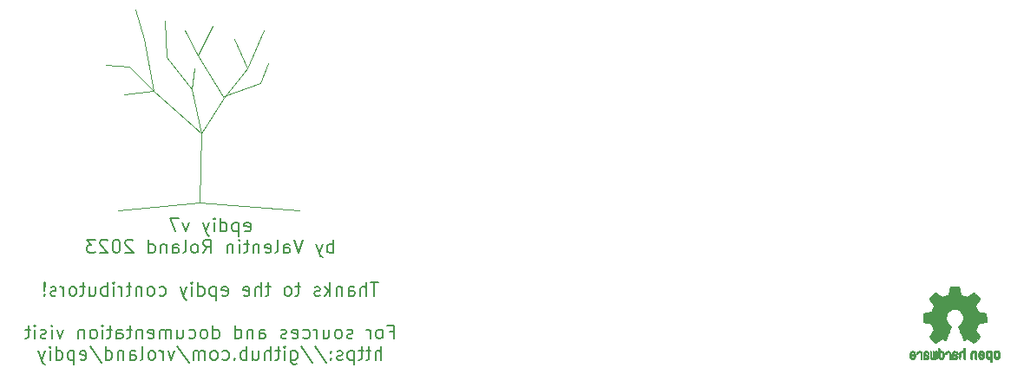
<source format=gbo>
%TF.GenerationSoftware,KiCad,Pcbnew,7.0.5-4d25ed1034~172~ubuntu22.04.1*%
%TF.CreationDate,2023-07-07T08:06:09+02:00*%
%TF.ProjectId,epaper-breakout,65706170-6572-42d6-9272-65616b6f7574,rev?*%
%TF.SameCoordinates,Original*%
%TF.FileFunction,Legend,Bot*%
%TF.FilePolarity,Positive*%
%FSLAX46Y46*%
G04 Gerber Fmt 4.6, Leading zero omitted, Abs format (unit mm)*
G04 Created by KiCad (PCBNEW 7.0.5-4d25ed1034~172~ubuntu22.04.1) date 2023-07-07 08:06:09*
%MOMM*%
%LPD*%
G01*
G04 APERTURE LIST*
%ADD10C,0.100000*%
%ADD11C,0.150000*%
%ADD12C,0.010000*%
%ADD13C,2.200000*%
%ADD14C,0.508000*%
%ADD15R,1.700000X1.700000*%
%ADD16O,1.700000X1.700000*%
%ADD17C,0.650000*%
%ADD18O,2.100000X1.000000*%
%ADD19O,1.600000X1.000000*%
G04 APERTURE END LIST*
D10*
X46528002Y-33257997D02*
X44008004Y-29118001D01*
X48868000Y-30378000D02*
X50487998Y-26598003D01*
X38788009Y-27498002D02*
X37888010Y-24618005D01*
X43468005Y-32357998D02*
X40948007Y-29298001D01*
X50127999Y-31817998D02*
X50847998Y-29838000D01*
X39688008Y-32537998D02*
X38788009Y-27498002D01*
X46528002Y-33077997D02*
X50127999Y-31817998D01*
X44188004Y-43517987D02*
X44368004Y-36677994D01*
X39688008Y-32537998D02*
X36808011Y-32897997D01*
X40948007Y-29298001D02*
X40768007Y-25698004D01*
X44368004Y-36677994D02*
X39688008Y-32537998D01*
X48868000Y-30378000D02*
X47608001Y-27498002D01*
X37348010Y-30198000D02*
X35008012Y-30018000D01*
X44008004Y-29118001D02*
X42748005Y-26598003D01*
X46528002Y-33257997D02*
X48868000Y-30378000D01*
X44188004Y-43517987D02*
X36268011Y-44237987D01*
X39688008Y-32537998D02*
X37348010Y-30198000D01*
X44008004Y-29118001D02*
X45448003Y-26238003D01*
X43468005Y-32357998D02*
X43648005Y-30378000D01*
X44368004Y-36677994D02*
X43468005Y-32357998D01*
X44188004Y-43517987D02*
X53907995Y-44237987D01*
X44368004Y-36677994D02*
X46528002Y-33257997D01*
D11*
X48592856Y-46252700D02*
X48716665Y-46314604D01*
X48716665Y-46314604D02*
X48964284Y-46314604D01*
X48964284Y-46314604D02*
X49088094Y-46252700D01*
X49088094Y-46252700D02*
X49149998Y-46128890D01*
X49149998Y-46128890D02*
X49149998Y-45633652D01*
X49149998Y-45633652D02*
X49088094Y-45509842D01*
X49088094Y-45509842D02*
X48964284Y-45447938D01*
X48964284Y-45447938D02*
X48716665Y-45447938D01*
X48716665Y-45447938D02*
X48592856Y-45509842D01*
X48592856Y-45509842D02*
X48530951Y-45633652D01*
X48530951Y-45633652D02*
X48530951Y-45757461D01*
X48530951Y-45757461D02*
X49149998Y-45881271D01*
X47973808Y-45447938D02*
X47973808Y-46747938D01*
X47973808Y-45509842D02*
X47849998Y-45447938D01*
X47849998Y-45447938D02*
X47602379Y-45447938D01*
X47602379Y-45447938D02*
X47478570Y-45509842D01*
X47478570Y-45509842D02*
X47416665Y-45571747D01*
X47416665Y-45571747D02*
X47354760Y-45695557D01*
X47354760Y-45695557D02*
X47354760Y-46066985D01*
X47354760Y-46066985D02*
X47416665Y-46190795D01*
X47416665Y-46190795D02*
X47478570Y-46252700D01*
X47478570Y-46252700D02*
X47602379Y-46314604D01*
X47602379Y-46314604D02*
X47849998Y-46314604D01*
X47849998Y-46314604D02*
X47973808Y-46252700D01*
X46240475Y-46314604D02*
X46240475Y-45014604D01*
X46240475Y-46252700D02*
X46364284Y-46314604D01*
X46364284Y-46314604D02*
X46611903Y-46314604D01*
X46611903Y-46314604D02*
X46735713Y-46252700D01*
X46735713Y-46252700D02*
X46797618Y-46190795D01*
X46797618Y-46190795D02*
X46859522Y-46066985D01*
X46859522Y-46066985D02*
X46859522Y-45695557D01*
X46859522Y-45695557D02*
X46797618Y-45571747D01*
X46797618Y-45571747D02*
X46735713Y-45509842D01*
X46735713Y-45509842D02*
X46611903Y-45447938D01*
X46611903Y-45447938D02*
X46364284Y-45447938D01*
X46364284Y-45447938D02*
X46240475Y-45509842D01*
X45621428Y-46314604D02*
X45621428Y-45447938D01*
X45621428Y-45014604D02*
X45683332Y-45076509D01*
X45683332Y-45076509D02*
X45621428Y-45138414D01*
X45621428Y-45138414D02*
X45559523Y-45076509D01*
X45559523Y-45076509D02*
X45621428Y-45014604D01*
X45621428Y-45014604D02*
X45621428Y-45138414D01*
X45126189Y-45447938D02*
X44816665Y-46314604D01*
X44507142Y-45447938D02*
X44816665Y-46314604D01*
X44816665Y-46314604D02*
X44940475Y-46624128D01*
X44940475Y-46624128D02*
X45002380Y-46686033D01*
X45002380Y-46686033D02*
X45126189Y-46747938D01*
X43145237Y-45447938D02*
X42835713Y-46314604D01*
X42835713Y-46314604D02*
X42526190Y-45447938D01*
X42154761Y-45014604D02*
X41288095Y-45014604D01*
X41288095Y-45014604D02*
X41845237Y-46314604D01*
X57228568Y-48407604D02*
X57228568Y-47107604D01*
X57228568Y-47602842D02*
X57104758Y-47540938D01*
X57104758Y-47540938D02*
X56857139Y-47540938D01*
X56857139Y-47540938D02*
X56733330Y-47602842D01*
X56733330Y-47602842D02*
X56671425Y-47664747D01*
X56671425Y-47664747D02*
X56609520Y-47788557D01*
X56609520Y-47788557D02*
X56609520Y-48159985D01*
X56609520Y-48159985D02*
X56671425Y-48283795D01*
X56671425Y-48283795D02*
X56733330Y-48345700D01*
X56733330Y-48345700D02*
X56857139Y-48407604D01*
X56857139Y-48407604D02*
X57104758Y-48407604D01*
X57104758Y-48407604D02*
X57228568Y-48345700D01*
X56176187Y-47540938D02*
X55866663Y-48407604D01*
X55557140Y-47540938D02*
X55866663Y-48407604D01*
X55866663Y-48407604D02*
X55990473Y-48717128D01*
X55990473Y-48717128D02*
X56052378Y-48779033D01*
X56052378Y-48779033D02*
X56176187Y-48840938D01*
X54257140Y-47107604D02*
X53823807Y-48407604D01*
X53823807Y-48407604D02*
X53390473Y-47107604D01*
X52399997Y-48407604D02*
X52399997Y-47726652D01*
X52399997Y-47726652D02*
X52461902Y-47602842D01*
X52461902Y-47602842D02*
X52585711Y-47540938D01*
X52585711Y-47540938D02*
X52833330Y-47540938D01*
X52833330Y-47540938D02*
X52957140Y-47602842D01*
X52399997Y-48345700D02*
X52523806Y-48407604D01*
X52523806Y-48407604D02*
X52833330Y-48407604D01*
X52833330Y-48407604D02*
X52957140Y-48345700D01*
X52957140Y-48345700D02*
X53019044Y-48221890D01*
X53019044Y-48221890D02*
X53019044Y-48098080D01*
X53019044Y-48098080D02*
X52957140Y-47974271D01*
X52957140Y-47974271D02*
X52833330Y-47912366D01*
X52833330Y-47912366D02*
X52523806Y-47912366D01*
X52523806Y-47912366D02*
X52399997Y-47850461D01*
X51595235Y-48407604D02*
X51719045Y-48345700D01*
X51719045Y-48345700D02*
X51780950Y-48221890D01*
X51780950Y-48221890D02*
X51780950Y-47107604D01*
X50604760Y-48345700D02*
X50728569Y-48407604D01*
X50728569Y-48407604D02*
X50976188Y-48407604D01*
X50976188Y-48407604D02*
X51099998Y-48345700D01*
X51099998Y-48345700D02*
X51161902Y-48221890D01*
X51161902Y-48221890D02*
X51161902Y-47726652D01*
X51161902Y-47726652D02*
X51099998Y-47602842D01*
X51099998Y-47602842D02*
X50976188Y-47540938D01*
X50976188Y-47540938D02*
X50728569Y-47540938D01*
X50728569Y-47540938D02*
X50604760Y-47602842D01*
X50604760Y-47602842D02*
X50542855Y-47726652D01*
X50542855Y-47726652D02*
X50542855Y-47850461D01*
X50542855Y-47850461D02*
X51161902Y-47974271D01*
X49985712Y-47540938D02*
X49985712Y-48407604D01*
X49985712Y-47664747D02*
X49923807Y-47602842D01*
X49923807Y-47602842D02*
X49799997Y-47540938D01*
X49799997Y-47540938D02*
X49614283Y-47540938D01*
X49614283Y-47540938D02*
X49490474Y-47602842D01*
X49490474Y-47602842D02*
X49428569Y-47726652D01*
X49428569Y-47726652D02*
X49428569Y-48407604D01*
X48995236Y-47540938D02*
X48499998Y-47540938D01*
X48809522Y-47107604D02*
X48809522Y-48221890D01*
X48809522Y-48221890D02*
X48747617Y-48345700D01*
X48747617Y-48345700D02*
X48623807Y-48407604D01*
X48623807Y-48407604D02*
X48499998Y-48407604D01*
X48066665Y-48407604D02*
X48066665Y-47540938D01*
X48066665Y-47107604D02*
X48128569Y-47169509D01*
X48128569Y-47169509D02*
X48066665Y-47231414D01*
X48066665Y-47231414D02*
X48004760Y-47169509D01*
X48004760Y-47169509D02*
X48066665Y-47107604D01*
X48066665Y-47107604D02*
X48066665Y-47231414D01*
X47447617Y-47540938D02*
X47447617Y-48407604D01*
X47447617Y-47664747D02*
X47385712Y-47602842D01*
X47385712Y-47602842D02*
X47261902Y-47540938D01*
X47261902Y-47540938D02*
X47076188Y-47540938D01*
X47076188Y-47540938D02*
X46952379Y-47602842D01*
X46952379Y-47602842D02*
X46890474Y-47726652D01*
X46890474Y-47726652D02*
X46890474Y-48407604D01*
X44538094Y-48407604D02*
X44971427Y-47788557D01*
X45280951Y-48407604D02*
X45280951Y-47107604D01*
X45280951Y-47107604D02*
X44785713Y-47107604D01*
X44785713Y-47107604D02*
X44661903Y-47169509D01*
X44661903Y-47169509D02*
X44599998Y-47231414D01*
X44599998Y-47231414D02*
X44538094Y-47355223D01*
X44538094Y-47355223D02*
X44538094Y-47540938D01*
X44538094Y-47540938D02*
X44599998Y-47664747D01*
X44599998Y-47664747D02*
X44661903Y-47726652D01*
X44661903Y-47726652D02*
X44785713Y-47788557D01*
X44785713Y-47788557D02*
X45280951Y-47788557D01*
X43795236Y-48407604D02*
X43919046Y-48345700D01*
X43919046Y-48345700D02*
X43980951Y-48283795D01*
X43980951Y-48283795D02*
X44042855Y-48159985D01*
X44042855Y-48159985D02*
X44042855Y-47788557D01*
X44042855Y-47788557D02*
X43980951Y-47664747D01*
X43980951Y-47664747D02*
X43919046Y-47602842D01*
X43919046Y-47602842D02*
X43795236Y-47540938D01*
X43795236Y-47540938D02*
X43609522Y-47540938D01*
X43609522Y-47540938D02*
X43485713Y-47602842D01*
X43485713Y-47602842D02*
X43423808Y-47664747D01*
X43423808Y-47664747D02*
X43361903Y-47788557D01*
X43361903Y-47788557D02*
X43361903Y-48159985D01*
X43361903Y-48159985D02*
X43423808Y-48283795D01*
X43423808Y-48283795D02*
X43485713Y-48345700D01*
X43485713Y-48345700D02*
X43609522Y-48407604D01*
X43609522Y-48407604D02*
X43795236Y-48407604D01*
X42619046Y-48407604D02*
X42742856Y-48345700D01*
X42742856Y-48345700D02*
X42804761Y-48221890D01*
X42804761Y-48221890D02*
X42804761Y-47107604D01*
X41566666Y-48407604D02*
X41566666Y-47726652D01*
X41566666Y-47726652D02*
X41628571Y-47602842D01*
X41628571Y-47602842D02*
X41752380Y-47540938D01*
X41752380Y-47540938D02*
X41999999Y-47540938D01*
X41999999Y-47540938D02*
X42123809Y-47602842D01*
X41566666Y-48345700D02*
X41690475Y-48407604D01*
X41690475Y-48407604D02*
X41999999Y-48407604D01*
X41999999Y-48407604D02*
X42123809Y-48345700D01*
X42123809Y-48345700D02*
X42185713Y-48221890D01*
X42185713Y-48221890D02*
X42185713Y-48098080D01*
X42185713Y-48098080D02*
X42123809Y-47974271D01*
X42123809Y-47974271D02*
X41999999Y-47912366D01*
X41999999Y-47912366D02*
X41690475Y-47912366D01*
X41690475Y-47912366D02*
X41566666Y-47850461D01*
X40947619Y-47540938D02*
X40947619Y-48407604D01*
X40947619Y-47664747D02*
X40885714Y-47602842D01*
X40885714Y-47602842D02*
X40761904Y-47540938D01*
X40761904Y-47540938D02*
X40576190Y-47540938D01*
X40576190Y-47540938D02*
X40452381Y-47602842D01*
X40452381Y-47602842D02*
X40390476Y-47726652D01*
X40390476Y-47726652D02*
X40390476Y-48407604D01*
X39214286Y-48407604D02*
X39214286Y-47107604D01*
X39214286Y-48345700D02*
X39338095Y-48407604D01*
X39338095Y-48407604D02*
X39585714Y-48407604D01*
X39585714Y-48407604D02*
X39709524Y-48345700D01*
X39709524Y-48345700D02*
X39771429Y-48283795D01*
X39771429Y-48283795D02*
X39833333Y-48159985D01*
X39833333Y-48159985D02*
X39833333Y-47788557D01*
X39833333Y-47788557D02*
X39771429Y-47664747D01*
X39771429Y-47664747D02*
X39709524Y-47602842D01*
X39709524Y-47602842D02*
X39585714Y-47540938D01*
X39585714Y-47540938D02*
X39338095Y-47540938D01*
X39338095Y-47540938D02*
X39214286Y-47602842D01*
X37666667Y-47231414D02*
X37604763Y-47169509D01*
X37604763Y-47169509D02*
X37480953Y-47107604D01*
X37480953Y-47107604D02*
X37171429Y-47107604D01*
X37171429Y-47107604D02*
X37047620Y-47169509D01*
X37047620Y-47169509D02*
X36985715Y-47231414D01*
X36985715Y-47231414D02*
X36923810Y-47355223D01*
X36923810Y-47355223D02*
X36923810Y-47479033D01*
X36923810Y-47479033D02*
X36985715Y-47664747D01*
X36985715Y-47664747D02*
X37728572Y-48407604D01*
X37728572Y-48407604D02*
X36923810Y-48407604D01*
X36119049Y-47107604D02*
X35995239Y-47107604D01*
X35995239Y-47107604D02*
X35871430Y-47169509D01*
X35871430Y-47169509D02*
X35809525Y-47231414D01*
X35809525Y-47231414D02*
X35747620Y-47355223D01*
X35747620Y-47355223D02*
X35685715Y-47602842D01*
X35685715Y-47602842D02*
X35685715Y-47912366D01*
X35685715Y-47912366D02*
X35747620Y-48159985D01*
X35747620Y-48159985D02*
X35809525Y-48283795D01*
X35809525Y-48283795D02*
X35871430Y-48345700D01*
X35871430Y-48345700D02*
X35995239Y-48407604D01*
X35995239Y-48407604D02*
X36119049Y-48407604D01*
X36119049Y-48407604D02*
X36242858Y-48345700D01*
X36242858Y-48345700D02*
X36304763Y-48283795D01*
X36304763Y-48283795D02*
X36366668Y-48159985D01*
X36366668Y-48159985D02*
X36428572Y-47912366D01*
X36428572Y-47912366D02*
X36428572Y-47602842D01*
X36428572Y-47602842D02*
X36366668Y-47355223D01*
X36366668Y-47355223D02*
X36304763Y-47231414D01*
X36304763Y-47231414D02*
X36242858Y-47169509D01*
X36242858Y-47169509D02*
X36119049Y-47107604D01*
X35190477Y-47231414D02*
X35128573Y-47169509D01*
X35128573Y-47169509D02*
X35004763Y-47107604D01*
X35004763Y-47107604D02*
X34695239Y-47107604D01*
X34695239Y-47107604D02*
X34571430Y-47169509D01*
X34571430Y-47169509D02*
X34509525Y-47231414D01*
X34509525Y-47231414D02*
X34447620Y-47355223D01*
X34447620Y-47355223D02*
X34447620Y-47479033D01*
X34447620Y-47479033D02*
X34509525Y-47664747D01*
X34509525Y-47664747D02*
X35252382Y-48407604D01*
X35252382Y-48407604D02*
X34447620Y-48407604D01*
X34014287Y-47107604D02*
X33209525Y-47107604D01*
X33209525Y-47107604D02*
X33642859Y-47602842D01*
X33642859Y-47602842D02*
X33457144Y-47602842D01*
X33457144Y-47602842D02*
X33333335Y-47664747D01*
X33333335Y-47664747D02*
X33271430Y-47726652D01*
X33271430Y-47726652D02*
X33209525Y-47850461D01*
X33209525Y-47850461D02*
X33209525Y-48159985D01*
X33209525Y-48159985D02*
X33271430Y-48283795D01*
X33271430Y-48283795D02*
X33333335Y-48345700D01*
X33333335Y-48345700D02*
X33457144Y-48407604D01*
X33457144Y-48407604D02*
X33828573Y-48407604D01*
X33828573Y-48407604D02*
X33952382Y-48345700D01*
X33952382Y-48345700D02*
X34014287Y-48283795D01*
X61623806Y-51293604D02*
X60880949Y-51293604D01*
X61252377Y-52593604D02*
X61252377Y-51293604D01*
X60447616Y-52593604D02*
X60447616Y-51293604D01*
X59890473Y-52593604D02*
X59890473Y-51912652D01*
X59890473Y-51912652D02*
X59952378Y-51788842D01*
X59952378Y-51788842D02*
X60076187Y-51726938D01*
X60076187Y-51726938D02*
X60261901Y-51726938D01*
X60261901Y-51726938D02*
X60385711Y-51788842D01*
X60385711Y-51788842D02*
X60447616Y-51850747D01*
X58714283Y-52593604D02*
X58714283Y-51912652D01*
X58714283Y-51912652D02*
X58776188Y-51788842D01*
X58776188Y-51788842D02*
X58899997Y-51726938D01*
X58899997Y-51726938D02*
X59147616Y-51726938D01*
X59147616Y-51726938D02*
X59271426Y-51788842D01*
X58714283Y-52531700D02*
X58838092Y-52593604D01*
X58838092Y-52593604D02*
X59147616Y-52593604D01*
X59147616Y-52593604D02*
X59271426Y-52531700D01*
X59271426Y-52531700D02*
X59333330Y-52407890D01*
X59333330Y-52407890D02*
X59333330Y-52284080D01*
X59333330Y-52284080D02*
X59271426Y-52160271D01*
X59271426Y-52160271D02*
X59147616Y-52098366D01*
X59147616Y-52098366D02*
X58838092Y-52098366D01*
X58838092Y-52098366D02*
X58714283Y-52036461D01*
X58095236Y-51726938D02*
X58095236Y-52593604D01*
X58095236Y-51850747D02*
X58033331Y-51788842D01*
X58033331Y-51788842D02*
X57909521Y-51726938D01*
X57909521Y-51726938D02*
X57723807Y-51726938D01*
X57723807Y-51726938D02*
X57599998Y-51788842D01*
X57599998Y-51788842D02*
X57538093Y-51912652D01*
X57538093Y-51912652D02*
X57538093Y-52593604D01*
X56919046Y-52593604D02*
X56919046Y-51293604D01*
X56795236Y-52098366D02*
X56423808Y-52593604D01*
X56423808Y-51726938D02*
X56919046Y-52222176D01*
X55928569Y-52531700D02*
X55804760Y-52593604D01*
X55804760Y-52593604D02*
X55557141Y-52593604D01*
X55557141Y-52593604D02*
X55433331Y-52531700D01*
X55433331Y-52531700D02*
X55371427Y-52407890D01*
X55371427Y-52407890D02*
X55371427Y-52345985D01*
X55371427Y-52345985D02*
X55433331Y-52222176D01*
X55433331Y-52222176D02*
X55557141Y-52160271D01*
X55557141Y-52160271D02*
X55742855Y-52160271D01*
X55742855Y-52160271D02*
X55866665Y-52098366D01*
X55866665Y-52098366D02*
X55928569Y-51974557D01*
X55928569Y-51974557D02*
X55928569Y-51912652D01*
X55928569Y-51912652D02*
X55866665Y-51788842D01*
X55866665Y-51788842D02*
X55742855Y-51726938D01*
X55742855Y-51726938D02*
X55557141Y-51726938D01*
X55557141Y-51726938D02*
X55433331Y-51788842D01*
X54009522Y-51726938D02*
X53514284Y-51726938D01*
X53823808Y-51293604D02*
X53823808Y-52407890D01*
X53823808Y-52407890D02*
X53761903Y-52531700D01*
X53761903Y-52531700D02*
X53638093Y-52593604D01*
X53638093Y-52593604D02*
X53514284Y-52593604D01*
X52895236Y-52593604D02*
X53019046Y-52531700D01*
X53019046Y-52531700D02*
X53080951Y-52469795D01*
X53080951Y-52469795D02*
X53142855Y-52345985D01*
X53142855Y-52345985D02*
X53142855Y-51974557D01*
X53142855Y-51974557D02*
X53080951Y-51850747D01*
X53080951Y-51850747D02*
X53019046Y-51788842D01*
X53019046Y-51788842D02*
X52895236Y-51726938D01*
X52895236Y-51726938D02*
X52709522Y-51726938D01*
X52709522Y-51726938D02*
X52585713Y-51788842D01*
X52585713Y-51788842D02*
X52523808Y-51850747D01*
X52523808Y-51850747D02*
X52461903Y-51974557D01*
X52461903Y-51974557D02*
X52461903Y-52345985D01*
X52461903Y-52345985D02*
X52523808Y-52469795D01*
X52523808Y-52469795D02*
X52585713Y-52531700D01*
X52585713Y-52531700D02*
X52709522Y-52593604D01*
X52709522Y-52593604D02*
X52895236Y-52593604D01*
X51099999Y-51726938D02*
X50604761Y-51726938D01*
X50914285Y-51293604D02*
X50914285Y-52407890D01*
X50914285Y-52407890D02*
X50852380Y-52531700D01*
X50852380Y-52531700D02*
X50728570Y-52593604D01*
X50728570Y-52593604D02*
X50604761Y-52593604D01*
X50171428Y-52593604D02*
X50171428Y-51293604D01*
X49614285Y-52593604D02*
X49614285Y-51912652D01*
X49614285Y-51912652D02*
X49676190Y-51788842D01*
X49676190Y-51788842D02*
X49799999Y-51726938D01*
X49799999Y-51726938D02*
X49985713Y-51726938D01*
X49985713Y-51726938D02*
X50109523Y-51788842D01*
X50109523Y-51788842D02*
X50171428Y-51850747D01*
X48500000Y-52531700D02*
X48623809Y-52593604D01*
X48623809Y-52593604D02*
X48871428Y-52593604D01*
X48871428Y-52593604D02*
X48995238Y-52531700D01*
X48995238Y-52531700D02*
X49057142Y-52407890D01*
X49057142Y-52407890D02*
X49057142Y-51912652D01*
X49057142Y-51912652D02*
X48995238Y-51788842D01*
X48995238Y-51788842D02*
X48871428Y-51726938D01*
X48871428Y-51726938D02*
X48623809Y-51726938D01*
X48623809Y-51726938D02*
X48500000Y-51788842D01*
X48500000Y-51788842D02*
X48438095Y-51912652D01*
X48438095Y-51912652D02*
X48438095Y-52036461D01*
X48438095Y-52036461D02*
X49057142Y-52160271D01*
X46395238Y-52531700D02*
X46519047Y-52593604D01*
X46519047Y-52593604D02*
X46766666Y-52593604D01*
X46766666Y-52593604D02*
X46890476Y-52531700D01*
X46890476Y-52531700D02*
X46952380Y-52407890D01*
X46952380Y-52407890D02*
X46952380Y-51912652D01*
X46952380Y-51912652D02*
X46890476Y-51788842D01*
X46890476Y-51788842D02*
X46766666Y-51726938D01*
X46766666Y-51726938D02*
X46519047Y-51726938D01*
X46519047Y-51726938D02*
X46395238Y-51788842D01*
X46395238Y-51788842D02*
X46333333Y-51912652D01*
X46333333Y-51912652D02*
X46333333Y-52036461D01*
X46333333Y-52036461D02*
X46952380Y-52160271D01*
X45776190Y-51726938D02*
X45776190Y-53026938D01*
X45776190Y-51788842D02*
X45652380Y-51726938D01*
X45652380Y-51726938D02*
X45404761Y-51726938D01*
X45404761Y-51726938D02*
X45280952Y-51788842D01*
X45280952Y-51788842D02*
X45219047Y-51850747D01*
X45219047Y-51850747D02*
X45157142Y-51974557D01*
X45157142Y-51974557D02*
X45157142Y-52345985D01*
X45157142Y-52345985D02*
X45219047Y-52469795D01*
X45219047Y-52469795D02*
X45280952Y-52531700D01*
X45280952Y-52531700D02*
X45404761Y-52593604D01*
X45404761Y-52593604D02*
X45652380Y-52593604D01*
X45652380Y-52593604D02*
X45776190Y-52531700D01*
X44042857Y-52593604D02*
X44042857Y-51293604D01*
X44042857Y-52531700D02*
X44166666Y-52593604D01*
X44166666Y-52593604D02*
X44414285Y-52593604D01*
X44414285Y-52593604D02*
X44538095Y-52531700D01*
X44538095Y-52531700D02*
X44600000Y-52469795D01*
X44600000Y-52469795D02*
X44661904Y-52345985D01*
X44661904Y-52345985D02*
X44661904Y-51974557D01*
X44661904Y-51974557D02*
X44600000Y-51850747D01*
X44600000Y-51850747D02*
X44538095Y-51788842D01*
X44538095Y-51788842D02*
X44414285Y-51726938D01*
X44414285Y-51726938D02*
X44166666Y-51726938D01*
X44166666Y-51726938D02*
X44042857Y-51788842D01*
X43423810Y-52593604D02*
X43423810Y-51726938D01*
X43423810Y-51293604D02*
X43485714Y-51355509D01*
X43485714Y-51355509D02*
X43423810Y-51417414D01*
X43423810Y-51417414D02*
X43361905Y-51355509D01*
X43361905Y-51355509D02*
X43423810Y-51293604D01*
X43423810Y-51293604D02*
X43423810Y-51417414D01*
X42928571Y-51726938D02*
X42619047Y-52593604D01*
X42309524Y-51726938D02*
X42619047Y-52593604D01*
X42619047Y-52593604D02*
X42742857Y-52903128D01*
X42742857Y-52903128D02*
X42804762Y-52965033D01*
X42804762Y-52965033D02*
X42928571Y-53026938D01*
X40266667Y-52531700D02*
X40390476Y-52593604D01*
X40390476Y-52593604D02*
X40638095Y-52593604D01*
X40638095Y-52593604D02*
X40761905Y-52531700D01*
X40761905Y-52531700D02*
X40823810Y-52469795D01*
X40823810Y-52469795D02*
X40885714Y-52345985D01*
X40885714Y-52345985D02*
X40885714Y-51974557D01*
X40885714Y-51974557D02*
X40823810Y-51850747D01*
X40823810Y-51850747D02*
X40761905Y-51788842D01*
X40761905Y-51788842D02*
X40638095Y-51726938D01*
X40638095Y-51726938D02*
X40390476Y-51726938D01*
X40390476Y-51726938D02*
X40266667Y-51788842D01*
X39523809Y-52593604D02*
X39647619Y-52531700D01*
X39647619Y-52531700D02*
X39709524Y-52469795D01*
X39709524Y-52469795D02*
X39771428Y-52345985D01*
X39771428Y-52345985D02*
X39771428Y-51974557D01*
X39771428Y-51974557D02*
X39709524Y-51850747D01*
X39709524Y-51850747D02*
X39647619Y-51788842D01*
X39647619Y-51788842D02*
X39523809Y-51726938D01*
X39523809Y-51726938D02*
X39338095Y-51726938D01*
X39338095Y-51726938D02*
X39214286Y-51788842D01*
X39214286Y-51788842D02*
X39152381Y-51850747D01*
X39152381Y-51850747D02*
X39090476Y-51974557D01*
X39090476Y-51974557D02*
X39090476Y-52345985D01*
X39090476Y-52345985D02*
X39152381Y-52469795D01*
X39152381Y-52469795D02*
X39214286Y-52531700D01*
X39214286Y-52531700D02*
X39338095Y-52593604D01*
X39338095Y-52593604D02*
X39523809Y-52593604D01*
X38533334Y-51726938D02*
X38533334Y-52593604D01*
X38533334Y-51850747D02*
X38471429Y-51788842D01*
X38471429Y-51788842D02*
X38347619Y-51726938D01*
X38347619Y-51726938D02*
X38161905Y-51726938D01*
X38161905Y-51726938D02*
X38038096Y-51788842D01*
X38038096Y-51788842D02*
X37976191Y-51912652D01*
X37976191Y-51912652D02*
X37976191Y-52593604D01*
X37542858Y-51726938D02*
X37047620Y-51726938D01*
X37357144Y-51293604D02*
X37357144Y-52407890D01*
X37357144Y-52407890D02*
X37295239Y-52531700D01*
X37295239Y-52531700D02*
X37171429Y-52593604D01*
X37171429Y-52593604D02*
X37047620Y-52593604D01*
X36614287Y-52593604D02*
X36614287Y-51726938D01*
X36614287Y-51974557D02*
X36552382Y-51850747D01*
X36552382Y-51850747D02*
X36490477Y-51788842D01*
X36490477Y-51788842D02*
X36366668Y-51726938D01*
X36366668Y-51726938D02*
X36242858Y-51726938D01*
X35809525Y-52593604D02*
X35809525Y-51726938D01*
X35809525Y-51293604D02*
X35871429Y-51355509D01*
X35871429Y-51355509D02*
X35809525Y-51417414D01*
X35809525Y-51417414D02*
X35747620Y-51355509D01*
X35747620Y-51355509D02*
X35809525Y-51293604D01*
X35809525Y-51293604D02*
X35809525Y-51417414D01*
X35190477Y-52593604D02*
X35190477Y-51293604D01*
X35190477Y-51788842D02*
X35066667Y-51726938D01*
X35066667Y-51726938D02*
X34819048Y-51726938D01*
X34819048Y-51726938D02*
X34695239Y-51788842D01*
X34695239Y-51788842D02*
X34633334Y-51850747D01*
X34633334Y-51850747D02*
X34571429Y-51974557D01*
X34571429Y-51974557D02*
X34571429Y-52345985D01*
X34571429Y-52345985D02*
X34633334Y-52469795D01*
X34633334Y-52469795D02*
X34695239Y-52531700D01*
X34695239Y-52531700D02*
X34819048Y-52593604D01*
X34819048Y-52593604D02*
X35066667Y-52593604D01*
X35066667Y-52593604D02*
X35190477Y-52531700D01*
X33457144Y-51726938D02*
X33457144Y-52593604D01*
X34014287Y-51726938D02*
X34014287Y-52407890D01*
X34014287Y-52407890D02*
X33952382Y-52531700D01*
X33952382Y-52531700D02*
X33828572Y-52593604D01*
X33828572Y-52593604D02*
X33642858Y-52593604D01*
X33642858Y-52593604D02*
X33519049Y-52531700D01*
X33519049Y-52531700D02*
X33457144Y-52469795D01*
X33023811Y-51726938D02*
X32528573Y-51726938D01*
X32838097Y-51293604D02*
X32838097Y-52407890D01*
X32838097Y-52407890D02*
X32776192Y-52531700D01*
X32776192Y-52531700D02*
X32652382Y-52593604D01*
X32652382Y-52593604D02*
X32528573Y-52593604D01*
X31909525Y-52593604D02*
X32033335Y-52531700D01*
X32033335Y-52531700D02*
X32095240Y-52469795D01*
X32095240Y-52469795D02*
X32157144Y-52345985D01*
X32157144Y-52345985D02*
X32157144Y-51974557D01*
X32157144Y-51974557D02*
X32095240Y-51850747D01*
X32095240Y-51850747D02*
X32033335Y-51788842D01*
X32033335Y-51788842D02*
X31909525Y-51726938D01*
X31909525Y-51726938D02*
X31723811Y-51726938D01*
X31723811Y-51726938D02*
X31600002Y-51788842D01*
X31600002Y-51788842D02*
X31538097Y-51850747D01*
X31538097Y-51850747D02*
X31476192Y-51974557D01*
X31476192Y-51974557D02*
X31476192Y-52345985D01*
X31476192Y-52345985D02*
X31538097Y-52469795D01*
X31538097Y-52469795D02*
X31600002Y-52531700D01*
X31600002Y-52531700D02*
X31723811Y-52593604D01*
X31723811Y-52593604D02*
X31909525Y-52593604D01*
X30919050Y-52593604D02*
X30919050Y-51726938D01*
X30919050Y-51974557D02*
X30857145Y-51850747D01*
X30857145Y-51850747D02*
X30795240Y-51788842D01*
X30795240Y-51788842D02*
X30671431Y-51726938D01*
X30671431Y-51726938D02*
X30547621Y-51726938D01*
X30176192Y-52531700D02*
X30052383Y-52593604D01*
X30052383Y-52593604D02*
X29804764Y-52593604D01*
X29804764Y-52593604D02*
X29680954Y-52531700D01*
X29680954Y-52531700D02*
X29619050Y-52407890D01*
X29619050Y-52407890D02*
X29619050Y-52345985D01*
X29619050Y-52345985D02*
X29680954Y-52222176D01*
X29680954Y-52222176D02*
X29804764Y-52160271D01*
X29804764Y-52160271D02*
X29990478Y-52160271D01*
X29990478Y-52160271D02*
X30114288Y-52098366D01*
X30114288Y-52098366D02*
X30176192Y-51974557D01*
X30176192Y-51974557D02*
X30176192Y-51912652D01*
X30176192Y-51912652D02*
X30114288Y-51788842D01*
X30114288Y-51788842D02*
X29990478Y-51726938D01*
X29990478Y-51726938D02*
X29804764Y-51726938D01*
X29804764Y-51726938D02*
X29680954Y-51788842D01*
X29061907Y-52469795D02*
X29000002Y-52531700D01*
X29000002Y-52531700D02*
X29061907Y-52593604D01*
X29061907Y-52593604D02*
X29123811Y-52531700D01*
X29123811Y-52531700D02*
X29061907Y-52469795D01*
X29061907Y-52469795D02*
X29061907Y-52593604D01*
X29061907Y-52098366D02*
X29123811Y-51355509D01*
X29123811Y-51355509D02*
X29061907Y-51293604D01*
X29061907Y-51293604D02*
X29000002Y-51355509D01*
X29000002Y-51355509D02*
X29061907Y-52098366D01*
X29061907Y-52098366D02*
X29061907Y-51293604D01*
X62707139Y-56098652D02*
X63140473Y-56098652D01*
X63140473Y-56779604D02*
X63140473Y-55479604D01*
X63140473Y-55479604D02*
X62521425Y-55479604D01*
X61840472Y-56779604D02*
X61964282Y-56717700D01*
X61964282Y-56717700D02*
X62026187Y-56655795D01*
X62026187Y-56655795D02*
X62088091Y-56531985D01*
X62088091Y-56531985D02*
X62088091Y-56160557D01*
X62088091Y-56160557D02*
X62026187Y-56036747D01*
X62026187Y-56036747D02*
X61964282Y-55974842D01*
X61964282Y-55974842D02*
X61840472Y-55912938D01*
X61840472Y-55912938D02*
X61654758Y-55912938D01*
X61654758Y-55912938D02*
X61530949Y-55974842D01*
X61530949Y-55974842D02*
X61469044Y-56036747D01*
X61469044Y-56036747D02*
X61407139Y-56160557D01*
X61407139Y-56160557D02*
X61407139Y-56531985D01*
X61407139Y-56531985D02*
X61469044Y-56655795D01*
X61469044Y-56655795D02*
X61530949Y-56717700D01*
X61530949Y-56717700D02*
X61654758Y-56779604D01*
X61654758Y-56779604D02*
X61840472Y-56779604D01*
X60849997Y-56779604D02*
X60849997Y-55912938D01*
X60849997Y-56160557D02*
X60788092Y-56036747D01*
X60788092Y-56036747D02*
X60726187Y-55974842D01*
X60726187Y-55974842D02*
X60602378Y-55912938D01*
X60602378Y-55912938D02*
X60478568Y-55912938D01*
X59116663Y-56717700D02*
X58992854Y-56779604D01*
X58992854Y-56779604D02*
X58745235Y-56779604D01*
X58745235Y-56779604D02*
X58621425Y-56717700D01*
X58621425Y-56717700D02*
X58559521Y-56593890D01*
X58559521Y-56593890D02*
X58559521Y-56531985D01*
X58559521Y-56531985D02*
X58621425Y-56408176D01*
X58621425Y-56408176D02*
X58745235Y-56346271D01*
X58745235Y-56346271D02*
X58930949Y-56346271D01*
X58930949Y-56346271D02*
X59054759Y-56284366D01*
X59054759Y-56284366D02*
X59116663Y-56160557D01*
X59116663Y-56160557D02*
X59116663Y-56098652D01*
X59116663Y-56098652D02*
X59054759Y-55974842D01*
X59054759Y-55974842D02*
X58930949Y-55912938D01*
X58930949Y-55912938D02*
X58745235Y-55912938D01*
X58745235Y-55912938D02*
X58621425Y-55974842D01*
X57816663Y-56779604D02*
X57940473Y-56717700D01*
X57940473Y-56717700D02*
X58002378Y-56655795D01*
X58002378Y-56655795D02*
X58064282Y-56531985D01*
X58064282Y-56531985D02*
X58064282Y-56160557D01*
X58064282Y-56160557D02*
X58002378Y-56036747D01*
X58002378Y-56036747D02*
X57940473Y-55974842D01*
X57940473Y-55974842D02*
X57816663Y-55912938D01*
X57816663Y-55912938D02*
X57630949Y-55912938D01*
X57630949Y-55912938D02*
X57507140Y-55974842D01*
X57507140Y-55974842D02*
X57445235Y-56036747D01*
X57445235Y-56036747D02*
X57383330Y-56160557D01*
X57383330Y-56160557D02*
X57383330Y-56531985D01*
X57383330Y-56531985D02*
X57445235Y-56655795D01*
X57445235Y-56655795D02*
X57507140Y-56717700D01*
X57507140Y-56717700D02*
X57630949Y-56779604D01*
X57630949Y-56779604D02*
X57816663Y-56779604D01*
X56269045Y-55912938D02*
X56269045Y-56779604D01*
X56826188Y-55912938D02*
X56826188Y-56593890D01*
X56826188Y-56593890D02*
X56764283Y-56717700D01*
X56764283Y-56717700D02*
X56640473Y-56779604D01*
X56640473Y-56779604D02*
X56454759Y-56779604D01*
X56454759Y-56779604D02*
X56330950Y-56717700D01*
X56330950Y-56717700D02*
X56269045Y-56655795D01*
X55649998Y-56779604D02*
X55649998Y-55912938D01*
X55649998Y-56160557D02*
X55588093Y-56036747D01*
X55588093Y-56036747D02*
X55526188Y-55974842D01*
X55526188Y-55974842D02*
X55402379Y-55912938D01*
X55402379Y-55912938D02*
X55278569Y-55912938D01*
X54288093Y-56717700D02*
X54411902Y-56779604D01*
X54411902Y-56779604D02*
X54659521Y-56779604D01*
X54659521Y-56779604D02*
X54783331Y-56717700D01*
X54783331Y-56717700D02*
X54845236Y-56655795D01*
X54845236Y-56655795D02*
X54907140Y-56531985D01*
X54907140Y-56531985D02*
X54907140Y-56160557D01*
X54907140Y-56160557D02*
X54845236Y-56036747D01*
X54845236Y-56036747D02*
X54783331Y-55974842D01*
X54783331Y-55974842D02*
X54659521Y-55912938D01*
X54659521Y-55912938D02*
X54411902Y-55912938D01*
X54411902Y-55912938D02*
X54288093Y-55974842D01*
X53235712Y-56717700D02*
X53359521Y-56779604D01*
X53359521Y-56779604D02*
X53607140Y-56779604D01*
X53607140Y-56779604D02*
X53730950Y-56717700D01*
X53730950Y-56717700D02*
X53792854Y-56593890D01*
X53792854Y-56593890D02*
X53792854Y-56098652D01*
X53792854Y-56098652D02*
X53730950Y-55974842D01*
X53730950Y-55974842D02*
X53607140Y-55912938D01*
X53607140Y-55912938D02*
X53359521Y-55912938D01*
X53359521Y-55912938D02*
X53235712Y-55974842D01*
X53235712Y-55974842D02*
X53173807Y-56098652D01*
X53173807Y-56098652D02*
X53173807Y-56222461D01*
X53173807Y-56222461D02*
X53792854Y-56346271D01*
X52678568Y-56717700D02*
X52554759Y-56779604D01*
X52554759Y-56779604D02*
X52307140Y-56779604D01*
X52307140Y-56779604D02*
X52183330Y-56717700D01*
X52183330Y-56717700D02*
X52121426Y-56593890D01*
X52121426Y-56593890D02*
X52121426Y-56531985D01*
X52121426Y-56531985D02*
X52183330Y-56408176D01*
X52183330Y-56408176D02*
X52307140Y-56346271D01*
X52307140Y-56346271D02*
X52492854Y-56346271D01*
X52492854Y-56346271D02*
X52616664Y-56284366D01*
X52616664Y-56284366D02*
X52678568Y-56160557D01*
X52678568Y-56160557D02*
X52678568Y-56098652D01*
X52678568Y-56098652D02*
X52616664Y-55974842D01*
X52616664Y-55974842D02*
X52492854Y-55912938D01*
X52492854Y-55912938D02*
X52307140Y-55912938D01*
X52307140Y-55912938D02*
X52183330Y-55974842D01*
X50016664Y-56779604D02*
X50016664Y-56098652D01*
X50016664Y-56098652D02*
X50078569Y-55974842D01*
X50078569Y-55974842D02*
X50202378Y-55912938D01*
X50202378Y-55912938D02*
X50449997Y-55912938D01*
X50449997Y-55912938D02*
X50573807Y-55974842D01*
X50016664Y-56717700D02*
X50140473Y-56779604D01*
X50140473Y-56779604D02*
X50449997Y-56779604D01*
X50449997Y-56779604D02*
X50573807Y-56717700D01*
X50573807Y-56717700D02*
X50635711Y-56593890D01*
X50635711Y-56593890D02*
X50635711Y-56470080D01*
X50635711Y-56470080D02*
X50573807Y-56346271D01*
X50573807Y-56346271D02*
X50449997Y-56284366D01*
X50449997Y-56284366D02*
X50140473Y-56284366D01*
X50140473Y-56284366D02*
X50016664Y-56222461D01*
X49397617Y-55912938D02*
X49397617Y-56779604D01*
X49397617Y-56036747D02*
X49335712Y-55974842D01*
X49335712Y-55974842D02*
X49211902Y-55912938D01*
X49211902Y-55912938D02*
X49026188Y-55912938D01*
X49026188Y-55912938D02*
X48902379Y-55974842D01*
X48902379Y-55974842D02*
X48840474Y-56098652D01*
X48840474Y-56098652D02*
X48840474Y-56779604D01*
X47664284Y-56779604D02*
X47664284Y-55479604D01*
X47664284Y-56717700D02*
X47788093Y-56779604D01*
X47788093Y-56779604D02*
X48035712Y-56779604D01*
X48035712Y-56779604D02*
X48159522Y-56717700D01*
X48159522Y-56717700D02*
X48221427Y-56655795D01*
X48221427Y-56655795D02*
X48283331Y-56531985D01*
X48283331Y-56531985D02*
X48283331Y-56160557D01*
X48283331Y-56160557D02*
X48221427Y-56036747D01*
X48221427Y-56036747D02*
X48159522Y-55974842D01*
X48159522Y-55974842D02*
X48035712Y-55912938D01*
X48035712Y-55912938D02*
X47788093Y-55912938D01*
X47788093Y-55912938D02*
X47664284Y-55974842D01*
X45497618Y-56779604D02*
X45497618Y-55479604D01*
X45497618Y-56717700D02*
X45621427Y-56779604D01*
X45621427Y-56779604D02*
X45869046Y-56779604D01*
X45869046Y-56779604D02*
X45992856Y-56717700D01*
X45992856Y-56717700D02*
X46054761Y-56655795D01*
X46054761Y-56655795D02*
X46116665Y-56531985D01*
X46116665Y-56531985D02*
X46116665Y-56160557D01*
X46116665Y-56160557D02*
X46054761Y-56036747D01*
X46054761Y-56036747D02*
X45992856Y-55974842D01*
X45992856Y-55974842D02*
X45869046Y-55912938D01*
X45869046Y-55912938D02*
X45621427Y-55912938D01*
X45621427Y-55912938D02*
X45497618Y-55974842D01*
X44692856Y-56779604D02*
X44816666Y-56717700D01*
X44816666Y-56717700D02*
X44878571Y-56655795D01*
X44878571Y-56655795D02*
X44940475Y-56531985D01*
X44940475Y-56531985D02*
X44940475Y-56160557D01*
X44940475Y-56160557D02*
X44878571Y-56036747D01*
X44878571Y-56036747D02*
X44816666Y-55974842D01*
X44816666Y-55974842D02*
X44692856Y-55912938D01*
X44692856Y-55912938D02*
X44507142Y-55912938D01*
X44507142Y-55912938D02*
X44383333Y-55974842D01*
X44383333Y-55974842D02*
X44321428Y-56036747D01*
X44321428Y-56036747D02*
X44259523Y-56160557D01*
X44259523Y-56160557D02*
X44259523Y-56531985D01*
X44259523Y-56531985D02*
X44321428Y-56655795D01*
X44321428Y-56655795D02*
X44383333Y-56717700D01*
X44383333Y-56717700D02*
X44507142Y-56779604D01*
X44507142Y-56779604D02*
X44692856Y-56779604D01*
X43145238Y-56717700D02*
X43269047Y-56779604D01*
X43269047Y-56779604D02*
X43516666Y-56779604D01*
X43516666Y-56779604D02*
X43640476Y-56717700D01*
X43640476Y-56717700D02*
X43702381Y-56655795D01*
X43702381Y-56655795D02*
X43764285Y-56531985D01*
X43764285Y-56531985D02*
X43764285Y-56160557D01*
X43764285Y-56160557D02*
X43702381Y-56036747D01*
X43702381Y-56036747D02*
X43640476Y-55974842D01*
X43640476Y-55974842D02*
X43516666Y-55912938D01*
X43516666Y-55912938D02*
X43269047Y-55912938D01*
X43269047Y-55912938D02*
X43145238Y-55974842D01*
X42030952Y-55912938D02*
X42030952Y-56779604D01*
X42588095Y-55912938D02*
X42588095Y-56593890D01*
X42588095Y-56593890D02*
X42526190Y-56717700D01*
X42526190Y-56717700D02*
X42402380Y-56779604D01*
X42402380Y-56779604D02*
X42216666Y-56779604D01*
X42216666Y-56779604D02*
X42092857Y-56717700D01*
X42092857Y-56717700D02*
X42030952Y-56655795D01*
X41411905Y-56779604D02*
X41411905Y-55912938D01*
X41411905Y-56036747D02*
X41350000Y-55974842D01*
X41350000Y-55974842D02*
X41226190Y-55912938D01*
X41226190Y-55912938D02*
X41040476Y-55912938D01*
X41040476Y-55912938D02*
X40916667Y-55974842D01*
X40916667Y-55974842D02*
X40854762Y-56098652D01*
X40854762Y-56098652D02*
X40854762Y-56779604D01*
X40854762Y-56098652D02*
X40792857Y-55974842D01*
X40792857Y-55974842D02*
X40669048Y-55912938D01*
X40669048Y-55912938D02*
X40483333Y-55912938D01*
X40483333Y-55912938D02*
X40359524Y-55974842D01*
X40359524Y-55974842D02*
X40297619Y-56098652D01*
X40297619Y-56098652D02*
X40297619Y-56779604D01*
X39183334Y-56717700D02*
X39307143Y-56779604D01*
X39307143Y-56779604D02*
X39554762Y-56779604D01*
X39554762Y-56779604D02*
X39678572Y-56717700D01*
X39678572Y-56717700D02*
X39740476Y-56593890D01*
X39740476Y-56593890D02*
X39740476Y-56098652D01*
X39740476Y-56098652D02*
X39678572Y-55974842D01*
X39678572Y-55974842D02*
X39554762Y-55912938D01*
X39554762Y-55912938D02*
X39307143Y-55912938D01*
X39307143Y-55912938D02*
X39183334Y-55974842D01*
X39183334Y-55974842D02*
X39121429Y-56098652D01*
X39121429Y-56098652D02*
X39121429Y-56222461D01*
X39121429Y-56222461D02*
X39740476Y-56346271D01*
X38564286Y-55912938D02*
X38564286Y-56779604D01*
X38564286Y-56036747D02*
X38502381Y-55974842D01*
X38502381Y-55974842D02*
X38378571Y-55912938D01*
X38378571Y-55912938D02*
X38192857Y-55912938D01*
X38192857Y-55912938D02*
X38069048Y-55974842D01*
X38069048Y-55974842D02*
X38007143Y-56098652D01*
X38007143Y-56098652D02*
X38007143Y-56779604D01*
X37573810Y-55912938D02*
X37078572Y-55912938D01*
X37388096Y-55479604D02*
X37388096Y-56593890D01*
X37388096Y-56593890D02*
X37326191Y-56717700D01*
X37326191Y-56717700D02*
X37202381Y-56779604D01*
X37202381Y-56779604D02*
X37078572Y-56779604D01*
X36088096Y-56779604D02*
X36088096Y-56098652D01*
X36088096Y-56098652D02*
X36150001Y-55974842D01*
X36150001Y-55974842D02*
X36273810Y-55912938D01*
X36273810Y-55912938D02*
X36521429Y-55912938D01*
X36521429Y-55912938D02*
X36645239Y-55974842D01*
X36088096Y-56717700D02*
X36211905Y-56779604D01*
X36211905Y-56779604D02*
X36521429Y-56779604D01*
X36521429Y-56779604D02*
X36645239Y-56717700D01*
X36645239Y-56717700D02*
X36707143Y-56593890D01*
X36707143Y-56593890D02*
X36707143Y-56470080D01*
X36707143Y-56470080D02*
X36645239Y-56346271D01*
X36645239Y-56346271D02*
X36521429Y-56284366D01*
X36521429Y-56284366D02*
X36211905Y-56284366D01*
X36211905Y-56284366D02*
X36088096Y-56222461D01*
X35654763Y-55912938D02*
X35159525Y-55912938D01*
X35469049Y-55479604D02*
X35469049Y-56593890D01*
X35469049Y-56593890D02*
X35407144Y-56717700D01*
X35407144Y-56717700D02*
X35283334Y-56779604D01*
X35283334Y-56779604D02*
X35159525Y-56779604D01*
X34726192Y-56779604D02*
X34726192Y-55912938D01*
X34726192Y-55479604D02*
X34788096Y-55541509D01*
X34788096Y-55541509D02*
X34726192Y-55603414D01*
X34726192Y-55603414D02*
X34664287Y-55541509D01*
X34664287Y-55541509D02*
X34726192Y-55479604D01*
X34726192Y-55479604D02*
X34726192Y-55603414D01*
X33921429Y-56779604D02*
X34045239Y-56717700D01*
X34045239Y-56717700D02*
X34107144Y-56655795D01*
X34107144Y-56655795D02*
X34169048Y-56531985D01*
X34169048Y-56531985D02*
X34169048Y-56160557D01*
X34169048Y-56160557D02*
X34107144Y-56036747D01*
X34107144Y-56036747D02*
X34045239Y-55974842D01*
X34045239Y-55974842D02*
X33921429Y-55912938D01*
X33921429Y-55912938D02*
X33735715Y-55912938D01*
X33735715Y-55912938D02*
X33611906Y-55974842D01*
X33611906Y-55974842D02*
X33550001Y-56036747D01*
X33550001Y-56036747D02*
X33488096Y-56160557D01*
X33488096Y-56160557D02*
X33488096Y-56531985D01*
X33488096Y-56531985D02*
X33550001Y-56655795D01*
X33550001Y-56655795D02*
X33611906Y-56717700D01*
X33611906Y-56717700D02*
X33735715Y-56779604D01*
X33735715Y-56779604D02*
X33921429Y-56779604D01*
X32930954Y-55912938D02*
X32930954Y-56779604D01*
X32930954Y-56036747D02*
X32869049Y-55974842D01*
X32869049Y-55974842D02*
X32745239Y-55912938D01*
X32745239Y-55912938D02*
X32559525Y-55912938D01*
X32559525Y-55912938D02*
X32435716Y-55974842D01*
X32435716Y-55974842D02*
X32373811Y-56098652D01*
X32373811Y-56098652D02*
X32373811Y-56779604D01*
X30888097Y-55912938D02*
X30578573Y-56779604D01*
X30578573Y-56779604D02*
X30269050Y-55912938D01*
X29773812Y-56779604D02*
X29773812Y-55912938D01*
X29773812Y-55479604D02*
X29835716Y-55541509D01*
X29835716Y-55541509D02*
X29773812Y-55603414D01*
X29773812Y-55603414D02*
X29711907Y-55541509D01*
X29711907Y-55541509D02*
X29773812Y-55479604D01*
X29773812Y-55479604D02*
X29773812Y-55603414D01*
X29216668Y-56717700D02*
X29092859Y-56779604D01*
X29092859Y-56779604D02*
X28845240Y-56779604D01*
X28845240Y-56779604D02*
X28721430Y-56717700D01*
X28721430Y-56717700D02*
X28659526Y-56593890D01*
X28659526Y-56593890D02*
X28659526Y-56531985D01*
X28659526Y-56531985D02*
X28721430Y-56408176D01*
X28721430Y-56408176D02*
X28845240Y-56346271D01*
X28845240Y-56346271D02*
X29030954Y-56346271D01*
X29030954Y-56346271D02*
X29154764Y-56284366D01*
X29154764Y-56284366D02*
X29216668Y-56160557D01*
X29216668Y-56160557D02*
X29216668Y-56098652D01*
X29216668Y-56098652D02*
X29154764Y-55974842D01*
X29154764Y-55974842D02*
X29030954Y-55912938D01*
X29030954Y-55912938D02*
X28845240Y-55912938D01*
X28845240Y-55912938D02*
X28721430Y-55974842D01*
X28102383Y-56779604D02*
X28102383Y-55912938D01*
X28102383Y-55479604D02*
X28164287Y-55541509D01*
X28164287Y-55541509D02*
X28102383Y-55603414D01*
X28102383Y-55603414D02*
X28040478Y-55541509D01*
X28040478Y-55541509D02*
X28102383Y-55479604D01*
X28102383Y-55479604D02*
X28102383Y-55603414D01*
X27669049Y-55912938D02*
X27173811Y-55912938D01*
X27483335Y-55479604D02*
X27483335Y-56593890D01*
X27483335Y-56593890D02*
X27421430Y-56717700D01*
X27421430Y-56717700D02*
X27297620Y-56779604D01*
X27297620Y-56779604D02*
X27173811Y-56779604D01*
X61902378Y-58872604D02*
X61902378Y-57572604D01*
X61345235Y-58872604D02*
X61345235Y-58191652D01*
X61345235Y-58191652D02*
X61407140Y-58067842D01*
X61407140Y-58067842D02*
X61530949Y-58005938D01*
X61530949Y-58005938D02*
X61716663Y-58005938D01*
X61716663Y-58005938D02*
X61840473Y-58067842D01*
X61840473Y-58067842D02*
X61902378Y-58129747D01*
X60911902Y-58005938D02*
X60416664Y-58005938D01*
X60726188Y-57572604D02*
X60726188Y-58686890D01*
X60726188Y-58686890D02*
X60664283Y-58810700D01*
X60664283Y-58810700D02*
X60540473Y-58872604D01*
X60540473Y-58872604D02*
X60416664Y-58872604D01*
X60169045Y-58005938D02*
X59673807Y-58005938D01*
X59983331Y-57572604D02*
X59983331Y-58686890D01*
X59983331Y-58686890D02*
X59921426Y-58810700D01*
X59921426Y-58810700D02*
X59797616Y-58872604D01*
X59797616Y-58872604D02*
X59673807Y-58872604D01*
X59240474Y-58005938D02*
X59240474Y-59305938D01*
X59240474Y-58067842D02*
X59116664Y-58005938D01*
X59116664Y-58005938D02*
X58869045Y-58005938D01*
X58869045Y-58005938D02*
X58745236Y-58067842D01*
X58745236Y-58067842D02*
X58683331Y-58129747D01*
X58683331Y-58129747D02*
X58621426Y-58253557D01*
X58621426Y-58253557D02*
X58621426Y-58624985D01*
X58621426Y-58624985D02*
X58683331Y-58748795D01*
X58683331Y-58748795D02*
X58745236Y-58810700D01*
X58745236Y-58810700D02*
X58869045Y-58872604D01*
X58869045Y-58872604D02*
X59116664Y-58872604D01*
X59116664Y-58872604D02*
X59240474Y-58810700D01*
X58126188Y-58810700D02*
X58002379Y-58872604D01*
X58002379Y-58872604D02*
X57754760Y-58872604D01*
X57754760Y-58872604D02*
X57630950Y-58810700D01*
X57630950Y-58810700D02*
X57569046Y-58686890D01*
X57569046Y-58686890D02*
X57569046Y-58624985D01*
X57569046Y-58624985D02*
X57630950Y-58501176D01*
X57630950Y-58501176D02*
X57754760Y-58439271D01*
X57754760Y-58439271D02*
X57940474Y-58439271D01*
X57940474Y-58439271D02*
X58064284Y-58377366D01*
X58064284Y-58377366D02*
X58126188Y-58253557D01*
X58126188Y-58253557D02*
X58126188Y-58191652D01*
X58126188Y-58191652D02*
X58064284Y-58067842D01*
X58064284Y-58067842D02*
X57940474Y-58005938D01*
X57940474Y-58005938D02*
X57754760Y-58005938D01*
X57754760Y-58005938D02*
X57630950Y-58067842D01*
X57011903Y-58748795D02*
X56949998Y-58810700D01*
X56949998Y-58810700D02*
X57011903Y-58872604D01*
X57011903Y-58872604D02*
X57073807Y-58810700D01*
X57073807Y-58810700D02*
X57011903Y-58748795D01*
X57011903Y-58748795D02*
X57011903Y-58872604D01*
X57011903Y-58067842D02*
X56949998Y-58129747D01*
X56949998Y-58129747D02*
X57011903Y-58191652D01*
X57011903Y-58191652D02*
X57073807Y-58129747D01*
X57073807Y-58129747D02*
X57011903Y-58067842D01*
X57011903Y-58067842D02*
X57011903Y-58191652D01*
X55464283Y-57510700D02*
X56578569Y-59182128D01*
X54102378Y-57510700D02*
X55216664Y-59182128D01*
X53111902Y-58005938D02*
X53111902Y-59058319D01*
X53111902Y-59058319D02*
X53173807Y-59182128D01*
X53173807Y-59182128D02*
X53235711Y-59244033D01*
X53235711Y-59244033D02*
X53359521Y-59305938D01*
X53359521Y-59305938D02*
X53545235Y-59305938D01*
X53545235Y-59305938D02*
X53669045Y-59244033D01*
X53111902Y-58810700D02*
X53235711Y-58872604D01*
X53235711Y-58872604D02*
X53483330Y-58872604D01*
X53483330Y-58872604D02*
X53607140Y-58810700D01*
X53607140Y-58810700D02*
X53669045Y-58748795D01*
X53669045Y-58748795D02*
X53730949Y-58624985D01*
X53730949Y-58624985D02*
X53730949Y-58253557D01*
X53730949Y-58253557D02*
X53669045Y-58129747D01*
X53669045Y-58129747D02*
X53607140Y-58067842D01*
X53607140Y-58067842D02*
X53483330Y-58005938D01*
X53483330Y-58005938D02*
X53235711Y-58005938D01*
X53235711Y-58005938D02*
X53111902Y-58067842D01*
X52492855Y-58872604D02*
X52492855Y-58005938D01*
X52492855Y-57572604D02*
X52554759Y-57634509D01*
X52554759Y-57634509D02*
X52492855Y-57696414D01*
X52492855Y-57696414D02*
X52430950Y-57634509D01*
X52430950Y-57634509D02*
X52492855Y-57572604D01*
X52492855Y-57572604D02*
X52492855Y-57696414D01*
X52059521Y-58005938D02*
X51564283Y-58005938D01*
X51873807Y-57572604D02*
X51873807Y-58686890D01*
X51873807Y-58686890D02*
X51811902Y-58810700D01*
X51811902Y-58810700D02*
X51688092Y-58872604D01*
X51688092Y-58872604D02*
X51564283Y-58872604D01*
X51130950Y-58872604D02*
X51130950Y-57572604D01*
X50573807Y-58872604D02*
X50573807Y-58191652D01*
X50573807Y-58191652D02*
X50635712Y-58067842D01*
X50635712Y-58067842D02*
X50759521Y-58005938D01*
X50759521Y-58005938D02*
X50945235Y-58005938D01*
X50945235Y-58005938D02*
X51069045Y-58067842D01*
X51069045Y-58067842D02*
X51130950Y-58129747D01*
X49397617Y-58005938D02*
X49397617Y-58872604D01*
X49954760Y-58005938D02*
X49954760Y-58686890D01*
X49954760Y-58686890D02*
X49892855Y-58810700D01*
X49892855Y-58810700D02*
X49769045Y-58872604D01*
X49769045Y-58872604D02*
X49583331Y-58872604D01*
X49583331Y-58872604D02*
X49459522Y-58810700D01*
X49459522Y-58810700D02*
X49397617Y-58748795D01*
X48778570Y-58872604D02*
X48778570Y-57572604D01*
X48778570Y-58067842D02*
X48654760Y-58005938D01*
X48654760Y-58005938D02*
X48407141Y-58005938D01*
X48407141Y-58005938D02*
X48283332Y-58067842D01*
X48283332Y-58067842D02*
X48221427Y-58129747D01*
X48221427Y-58129747D02*
X48159522Y-58253557D01*
X48159522Y-58253557D02*
X48159522Y-58624985D01*
X48159522Y-58624985D02*
X48221427Y-58748795D01*
X48221427Y-58748795D02*
X48283332Y-58810700D01*
X48283332Y-58810700D02*
X48407141Y-58872604D01*
X48407141Y-58872604D02*
X48654760Y-58872604D01*
X48654760Y-58872604D02*
X48778570Y-58810700D01*
X47602380Y-58748795D02*
X47540475Y-58810700D01*
X47540475Y-58810700D02*
X47602380Y-58872604D01*
X47602380Y-58872604D02*
X47664284Y-58810700D01*
X47664284Y-58810700D02*
X47602380Y-58748795D01*
X47602380Y-58748795D02*
X47602380Y-58872604D01*
X46426189Y-58810700D02*
X46549998Y-58872604D01*
X46549998Y-58872604D02*
X46797617Y-58872604D01*
X46797617Y-58872604D02*
X46921427Y-58810700D01*
X46921427Y-58810700D02*
X46983332Y-58748795D01*
X46983332Y-58748795D02*
X47045236Y-58624985D01*
X47045236Y-58624985D02*
X47045236Y-58253557D01*
X47045236Y-58253557D02*
X46983332Y-58129747D01*
X46983332Y-58129747D02*
X46921427Y-58067842D01*
X46921427Y-58067842D02*
X46797617Y-58005938D01*
X46797617Y-58005938D02*
X46549998Y-58005938D01*
X46549998Y-58005938D02*
X46426189Y-58067842D01*
X45683331Y-58872604D02*
X45807141Y-58810700D01*
X45807141Y-58810700D02*
X45869046Y-58748795D01*
X45869046Y-58748795D02*
X45930950Y-58624985D01*
X45930950Y-58624985D02*
X45930950Y-58253557D01*
X45930950Y-58253557D02*
X45869046Y-58129747D01*
X45869046Y-58129747D02*
X45807141Y-58067842D01*
X45807141Y-58067842D02*
X45683331Y-58005938D01*
X45683331Y-58005938D02*
X45497617Y-58005938D01*
X45497617Y-58005938D02*
X45373808Y-58067842D01*
X45373808Y-58067842D02*
X45311903Y-58129747D01*
X45311903Y-58129747D02*
X45249998Y-58253557D01*
X45249998Y-58253557D02*
X45249998Y-58624985D01*
X45249998Y-58624985D02*
X45311903Y-58748795D01*
X45311903Y-58748795D02*
X45373808Y-58810700D01*
X45373808Y-58810700D02*
X45497617Y-58872604D01*
X45497617Y-58872604D02*
X45683331Y-58872604D01*
X44692856Y-58872604D02*
X44692856Y-58005938D01*
X44692856Y-58129747D02*
X44630951Y-58067842D01*
X44630951Y-58067842D02*
X44507141Y-58005938D01*
X44507141Y-58005938D02*
X44321427Y-58005938D01*
X44321427Y-58005938D02*
X44197618Y-58067842D01*
X44197618Y-58067842D02*
X44135713Y-58191652D01*
X44135713Y-58191652D02*
X44135713Y-58872604D01*
X44135713Y-58191652D02*
X44073808Y-58067842D01*
X44073808Y-58067842D02*
X43949999Y-58005938D01*
X43949999Y-58005938D02*
X43764284Y-58005938D01*
X43764284Y-58005938D02*
X43640475Y-58067842D01*
X43640475Y-58067842D02*
X43578570Y-58191652D01*
X43578570Y-58191652D02*
X43578570Y-58872604D01*
X42030951Y-57510700D02*
X43145237Y-59182128D01*
X41721427Y-58005938D02*
X41411903Y-58872604D01*
X41411903Y-58872604D02*
X41102380Y-58005938D01*
X40607142Y-58872604D02*
X40607142Y-58005938D01*
X40607142Y-58253557D02*
X40545237Y-58129747D01*
X40545237Y-58129747D02*
X40483332Y-58067842D01*
X40483332Y-58067842D02*
X40359523Y-58005938D01*
X40359523Y-58005938D02*
X40235713Y-58005938D01*
X39616665Y-58872604D02*
X39740475Y-58810700D01*
X39740475Y-58810700D02*
X39802380Y-58748795D01*
X39802380Y-58748795D02*
X39864284Y-58624985D01*
X39864284Y-58624985D02*
X39864284Y-58253557D01*
X39864284Y-58253557D02*
X39802380Y-58129747D01*
X39802380Y-58129747D02*
X39740475Y-58067842D01*
X39740475Y-58067842D02*
X39616665Y-58005938D01*
X39616665Y-58005938D02*
X39430951Y-58005938D01*
X39430951Y-58005938D02*
X39307142Y-58067842D01*
X39307142Y-58067842D02*
X39245237Y-58129747D01*
X39245237Y-58129747D02*
X39183332Y-58253557D01*
X39183332Y-58253557D02*
X39183332Y-58624985D01*
X39183332Y-58624985D02*
X39245237Y-58748795D01*
X39245237Y-58748795D02*
X39307142Y-58810700D01*
X39307142Y-58810700D02*
X39430951Y-58872604D01*
X39430951Y-58872604D02*
X39616665Y-58872604D01*
X38440475Y-58872604D02*
X38564285Y-58810700D01*
X38564285Y-58810700D02*
X38626190Y-58686890D01*
X38626190Y-58686890D02*
X38626190Y-57572604D01*
X37388095Y-58872604D02*
X37388095Y-58191652D01*
X37388095Y-58191652D02*
X37450000Y-58067842D01*
X37450000Y-58067842D02*
X37573809Y-58005938D01*
X37573809Y-58005938D02*
X37821428Y-58005938D01*
X37821428Y-58005938D02*
X37945238Y-58067842D01*
X37388095Y-58810700D02*
X37511904Y-58872604D01*
X37511904Y-58872604D02*
X37821428Y-58872604D01*
X37821428Y-58872604D02*
X37945238Y-58810700D01*
X37945238Y-58810700D02*
X38007142Y-58686890D01*
X38007142Y-58686890D02*
X38007142Y-58563080D01*
X38007142Y-58563080D02*
X37945238Y-58439271D01*
X37945238Y-58439271D02*
X37821428Y-58377366D01*
X37821428Y-58377366D02*
X37511904Y-58377366D01*
X37511904Y-58377366D02*
X37388095Y-58315461D01*
X36769048Y-58005938D02*
X36769048Y-58872604D01*
X36769048Y-58129747D02*
X36707143Y-58067842D01*
X36707143Y-58067842D02*
X36583333Y-58005938D01*
X36583333Y-58005938D02*
X36397619Y-58005938D01*
X36397619Y-58005938D02*
X36273810Y-58067842D01*
X36273810Y-58067842D02*
X36211905Y-58191652D01*
X36211905Y-58191652D02*
X36211905Y-58872604D01*
X35035715Y-58872604D02*
X35035715Y-57572604D01*
X35035715Y-58810700D02*
X35159524Y-58872604D01*
X35159524Y-58872604D02*
X35407143Y-58872604D01*
X35407143Y-58872604D02*
X35530953Y-58810700D01*
X35530953Y-58810700D02*
X35592858Y-58748795D01*
X35592858Y-58748795D02*
X35654762Y-58624985D01*
X35654762Y-58624985D02*
X35654762Y-58253557D01*
X35654762Y-58253557D02*
X35592858Y-58129747D01*
X35592858Y-58129747D02*
X35530953Y-58067842D01*
X35530953Y-58067842D02*
X35407143Y-58005938D01*
X35407143Y-58005938D02*
X35159524Y-58005938D01*
X35159524Y-58005938D02*
X35035715Y-58067842D01*
X33488096Y-57510700D02*
X34602382Y-59182128D01*
X32559525Y-58810700D02*
X32683334Y-58872604D01*
X32683334Y-58872604D02*
X32930953Y-58872604D01*
X32930953Y-58872604D02*
X33054763Y-58810700D01*
X33054763Y-58810700D02*
X33116667Y-58686890D01*
X33116667Y-58686890D02*
X33116667Y-58191652D01*
X33116667Y-58191652D02*
X33054763Y-58067842D01*
X33054763Y-58067842D02*
X32930953Y-58005938D01*
X32930953Y-58005938D02*
X32683334Y-58005938D01*
X32683334Y-58005938D02*
X32559525Y-58067842D01*
X32559525Y-58067842D02*
X32497620Y-58191652D01*
X32497620Y-58191652D02*
X32497620Y-58315461D01*
X32497620Y-58315461D02*
X33116667Y-58439271D01*
X31940477Y-58005938D02*
X31940477Y-59305938D01*
X31940477Y-58067842D02*
X31816667Y-58005938D01*
X31816667Y-58005938D02*
X31569048Y-58005938D01*
X31569048Y-58005938D02*
X31445239Y-58067842D01*
X31445239Y-58067842D02*
X31383334Y-58129747D01*
X31383334Y-58129747D02*
X31321429Y-58253557D01*
X31321429Y-58253557D02*
X31321429Y-58624985D01*
X31321429Y-58624985D02*
X31383334Y-58748795D01*
X31383334Y-58748795D02*
X31445239Y-58810700D01*
X31445239Y-58810700D02*
X31569048Y-58872604D01*
X31569048Y-58872604D02*
X31816667Y-58872604D01*
X31816667Y-58872604D02*
X31940477Y-58810700D01*
X30207144Y-58872604D02*
X30207144Y-57572604D01*
X30207144Y-58810700D02*
X30330953Y-58872604D01*
X30330953Y-58872604D02*
X30578572Y-58872604D01*
X30578572Y-58872604D02*
X30702382Y-58810700D01*
X30702382Y-58810700D02*
X30764287Y-58748795D01*
X30764287Y-58748795D02*
X30826191Y-58624985D01*
X30826191Y-58624985D02*
X30826191Y-58253557D01*
X30826191Y-58253557D02*
X30764287Y-58129747D01*
X30764287Y-58129747D02*
X30702382Y-58067842D01*
X30702382Y-58067842D02*
X30578572Y-58005938D01*
X30578572Y-58005938D02*
X30330953Y-58005938D01*
X30330953Y-58005938D02*
X30207144Y-58067842D01*
X29588097Y-58872604D02*
X29588097Y-58005938D01*
X29588097Y-57572604D02*
X29650001Y-57634509D01*
X29650001Y-57634509D02*
X29588097Y-57696414D01*
X29588097Y-57696414D02*
X29526192Y-57634509D01*
X29526192Y-57634509D02*
X29588097Y-57572604D01*
X29588097Y-57572604D02*
X29588097Y-57696414D01*
X29092858Y-58005938D02*
X28783334Y-58872604D01*
X28473811Y-58005938D02*
X28783334Y-58872604D01*
X28783334Y-58872604D02*
X28907144Y-59182128D01*
X28907144Y-59182128D02*
X28969049Y-59244033D01*
X28969049Y-59244033D02*
X29092858Y-59305938D01*
D12*
X114467501Y-57998476D02*
X114548167Y-58028440D01*
X114581714Y-58050954D01*
X114615687Y-58083212D01*
X114639919Y-58124246D01*
X114656001Y-58180108D01*
X114665521Y-58256851D01*
X114670068Y-58360525D01*
X114671231Y-58497184D01*
X114671003Y-58567805D01*
X114669860Y-58664308D01*
X114667919Y-58741323D01*
X114665365Y-58792319D01*
X114662381Y-58810769D01*
X114642962Y-58804667D01*
X114603766Y-58788095D01*
X114602589Y-58787558D01*
X114582235Y-58776903D01*
X114568546Y-58762282D01*
X114560199Y-58736673D01*
X114555874Y-58693054D01*
X114554248Y-58624403D01*
X114554000Y-58523698D01*
X114553500Y-58459813D01*
X114548164Y-58339751D01*
X114535945Y-58251809D01*
X114515552Y-58191375D01*
X114485695Y-58153836D01*
X114445082Y-58134581D01*
X114439448Y-58133239D01*
X114363378Y-58132191D01*
X114304052Y-58166271D01*
X114263077Y-58234598D01*
X114255770Y-58254351D01*
X114239114Y-58298066D01*
X114230679Y-58318155D01*
X114213356Y-58315387D01*
X114175525Y-58300365D01*
X114140240Y-58275556D01*
X114124154Y-58228670D01*
X114128952Y-58195087D01*
X114158431Y-58126967D01*
X114206098Y-58063134D01*
X114261839Y-58018988D01*
X114285193Y-58008782D01*
X114373619Y-57991718D01*
X114467501Y-57998476D01*
G36*
X114467501Y-57998476D02*
G01*
X114548167Y-58028440D01*
X114581714Y-58050954D01*
X114615687Y-58083212D01*
X114639919Y-58124246D01*
X114656001Y-58180108D01*
X114665521Y-58256851D01*
X114670068Y-58360525D01*
X114671231Y-58497184D01*
X114671003Y-58567805D01*
X114669860Y-58664308D01*
X114667919Y-58741323D01*
X114665365Y-58792319D01*
X114662381Y-58810769D01*
X114642962Y-58804667D01*
X114603766Y-58788095D01*
X114602589Y-58787558D01*
X114582235Y-58776903D01*
X114568546Y-58762282D01*
X114560199Y-58736673D01*
X114555874Y-58693054D01*
X114554248Y-58624403D01*
X114554000Y-58523698D01*
X114553500Y-58459813D01*
X114548164Y-58339751D01*
X114535945Y-58251809D01*
X114515552Y-58191375D01*
X114485695Y-58153836D01*
X114445082Y-58134581D01*
X114439448Y-58133239D01*
X114363378Y-58132191D01*
X114304052Y-58166271D01*
X114263077Y-58234598D01*
X114255770Y-58254351D01*
X114239114Y-58298066D01*
X114230679Y-58318155D01*
X114213356Y-58315387D01*
X114175525Y-58300365D01*
X114140240Y-58275556D01*
X114124154Y-58228670D01*
X114128952Y-58195087D01*
X114158431Y-58126967D01*
X114206098Y-58063134D01*
X114261839Y-58018988D01*
X114285193Y-58008782D01*
X114373619Y-57991718D01*
X114467501Y-57998476D01*
G37*
X119782372Y-57953684D02*
X119873629Y-57996569D01*
X119948416Y-58070729D01*
X119963917Y-58093944D01*
X119976774Y-58120256D01*
X119985893Y-58153420D01*
X119992102Y-58199881D01*
X119996233Y-58266082D01*
X119999116Y-58358468D01*
X120001579Y-58483485D01*
X120007697Y-58830278D01*
X119956303Y-58810738D01*
X119909246Y-58792787D01*
X119874015Y-58775511D01*
X119851017Y-58753242D01*
X119837655Y-58719165D01*
X119831328Y-58666463D01*
X119829437Y-58588323D01*
X119829385Y-58477928D01*
X119829117Y-58389935D01*
X119827521Y-58305502D01*
X119823712Y-58247834D01*
X119816820Y-58209988D01*
X119805975Y-58185024D01*
X119790308Y-58166000D01*
X119751792Y-58139153D01*
X119687091Y-58129034D01*
X119623081Y-58154606D01*
X119618856Y-58157880D01*
X119605689Y-58173007D01*
X119595975Y-58197268D01*
X119588903Y-58236650D01*
X119583656Y-58297141D01*
X119579421Y-58384729D01*
X119575385Y-58505402D01*
X119565615Y-58828515D01*
X119399539Y-58754065D01*
X119399539Y-58459062D01*
X119399883Y-58378919D01*
X119402847Y-58267431D01*
X119410351Y-58184421D01*
X119424190Y-58123199D01*
X119446155Y-58077075D01*
X119478039Y-58039358D01*
X119521633Y-58003358D01*
X119584336Y-57967089D01*
X119683117Y-57943412D01*
X119782372Y-57953684D01*
G36*
X119782372Y-57953684D02*
G01*
X119873629Y-57996569D01*
X119948416Y-58070729D01*
X119963917Y-58093944D01*
X119976774Y-58120256D01*
X119985893Y-58153420D01*
X119992102Y-58199881D01*
X119996233Y-58266082D01*
X119999116Y-58358468D01*
X120001579Y-58483485D01*
X120007697Y-58830278D01*
X119956303Y-58810738D01*
X119909246Y-58792787D01*
X119874015Y-58775511D01*
X119851017Y-58753242D01*
X119837655Y-58719165D01*
X119831328Y-58666463D01*
X119829437Y-58588323D01*
X119829385Y-58477928D01*
X119829117Y-58389935D01*
X119827521Y-58305502D01*
X119823712Y-58247834D01*
X119816820Y-58209988D01*
X119805975Y-58185024D01*
X119790308Y-58166000D01*
X119751792Y-58139153D01*
X119687091Y-58129034D01*
X119623081Y-58154606D01*
X119618856Y-58157880D01*
X119605689Y-58173007D01*
X119595975Y-58197268D01*
X119588903Y-58236650D01*
X119583656Y-58297141D01*
X119579421Y-58384729D01*
X119575385Y-58505402D01*
X119565615Y-58828515D01*
X119399539Y-58754065D01*
X119399539Y-58459062D01*
X119399883Y-58378919D01*
X119402847Y-58267431D01*
X119410351Y-58184421D01*
X119424190Y-58123199D01*
X119446155Y-58077075D01*
X119478039Y-58039358D01*
X119521633Y-58003358D01*
X119584336Y-57967089D01*
X119683117Y-57943412D01*
X119782372Y-57953684D01*
G37*
X117327892Y-58019167D02*
X117334060Y-58022581D01*
X117384447Y-58061692D01*
X117429498Y-58111975D01*
X117437355Y-58123339D01*
X117452376Y-58149860D01*
X117463107Y-58181336D01*
X117470486Y-58224591D01*
X117475452Y-58286449D01*
X117478942Y-58373733D01*
X117481893Y-58493269D01*
X117482311Y-58513478D01*
X117483654Y-58644499D01*
X117481761Y-58737296D01*
X117476605Y-58792507D01*
X117468158Y-58810769D01*
X117442594Y-58805301D01*
X117399166Y-58788733D01*
X117388940Y-58783888D01*
X117372967Y-58772920D01*
X117361954Y-58754890D01*
X117354750Y-58723396D01*
X117350208Y-58672036D01*
X117347180Y-58594410D01*
X117344516Y-58484115D01*
X117343785Y-58451875D01*
X117340965Y-58350050D01*
X117337304Y-58278788D01*
X117331694Y-58231332D01*
X117323029Y-58200925D01*
X117310202Y-58180810D01*
X117292105Y-58164229D01*
X117238525Y-58135161D01*
X117172612Y-58129564D01*
X117113635Y-58151807D01*
X117071203Y-58197859D01*
X117054923Y-58263692D01*
X117054470Y-58281587D01*
X117045578Y-58313982D01*
X117019325Y-58318925D01*
X116967919Y-58299633D01*
X116956013Y-58293446D01*
X116923835Y-58257058D01*
X116923198Y-58202954D01*
X116953856Y-58128128D01*
X116981978Y-58087350D01*
X117053883Y-58029421D01*
X117142638Y-57996670D01*
X117237542Y-57992212D01*
X117327892Y-58019167D01*
G36*
X117327892Y-58019167D02*
G01*
X117334060Y-58022581D01*
X117384447Y-58061692D01*
X117429498Y-58111975D01*
X117437355Y-58123339D01*
X117452376Y-58149860D01*
X117463107Y-58181336D01*
X117470486Y-58224591D01*
X117475452Y-58286449D01*
X117478942Y-58373733D01*
X117481893Y-58493269D01*
X117482311Y-58513478D01*
X117483654Y-58644499D01*
X117481761Y-58737296D01*
X117476605Y-58792507D01*
X117468158Y-58810769D01*
X117442594Y-58805301D01*
X117399166Y-58788733D01*
X117388940Y-58783888D01*
X117372967Y-58772920D01*
X117361954Y-58754890D01*
X117354750Y-58723396D01*
X117350208Y-58672036D01*
X117347180Y-58594410D01*
X117344516Y-58484115D01*
X117343785Y-58451875D01*
X117340965Y-58350050D01*
X117337304Y-58278788D01*
X117331694Y-58231332D01*
X117323029Y-58200925D01*
X117310202Y-58180810D01*
X117292105Y-58164229D01*
X117238525Y-58135161D01*
X117172612Y-58129564D01*
X117113635Y-58151807D01*
X117071203Y-58197859D01*
X117054923Y-58263692D01*
X117054470Y-58281587D01*
X117045578Y-58313982D01*
X117019325Y-58318925D01*
X116967919Y-58299633D01*
X116956013Y-58293446D01*
X116923835Y-58257058D01*
X116923198Y-58202954D01*
X116953856Y-58128128D01*
X116981978Y-58087350D01*
X117053883Y-58029421D01*
X117142638Y-57996670D01*
X117237542Y-57992212D01*
X117327892Y-58019167D01*
G37*
X118832923Y-57753806D02*
X118832923Y-58288455D01*
X118832660Y-58427094D01*
X118831958Y-58551805D01*
X118830883Y-58657557D01*
X118829500Y-58739322D01*
X118827874Y-58792069D01*
X118826070Y-58810769D01*
X118825364Y-58810706D01*
X118801387Y-58803912D01*
X118757685Y-58789320D01*
X118696154Y-58767870D01*
X118696154Y-58492617D01*
X118695763Y-58384466D01*
X118693946Y-58306026D01*
X118689767Y-58252647D01*
X118682286Y-58217256D01*
X118670567Y-58192779D01*
X118653671Y-58172144D01*
X118642152Y-58161170D01*
X118579864Y-58130775D01*
X118511211Y-58133466D01*
X118448298Y-58169406D01*
X118439139Y-58178325D01*
X118424471Y-58196844D01*
X118414433Y-58221326D01*
X118408151Y-58258393D01*
X118404748Y-58314667D01*
X118403349Y-58396771D01*
X118403077Y-58511329D01*
X118402947Y-58569430D01*
X118402099Y-58664993D01*
X118400594Y-58741526D01*
X118398585Y-58792345D01*
X118396223Y-58810769D01*
X118395518Y-58810706D01*
X118371541Y-58803912D01*
X118327839Y-58789320D01*
X118266308Y-58767870D01*
X118266338Y-58491358D01*
X118266384Y-58466742D01*
X118268970Y-58338419D01*
X118276913Y-58241384D01*
X118292155Y-58169057D01*
X118316636Y-58114855D01*
X118352298Y-58072198D01*
X118401082Y-58034505D01*
X118448661Y-58010910D01*
X118524732Y-57992672D01*
X118599556Y-57991636D01*
X118657077Y-58009378D01*
X118661402Y-58011829D01*
X118674738Y-58011566D01*
X118683851Y-57991039D01*
X118690428Y-57943980D01*
X118696154Y-57864120D01*
X118705923Y-57700236D01*
X118832923Y-57753806D01*
G36*
X118832923Y-57753806D02*
G01*
X118832923Y-58288455D01*
X118832660Y-58427094D01*
X118831958Y-58551805D01*
X118830883Y-58657557D01*
X118829500Y-58739322D01*
X118827874Y-58792069D01*
X118826070Y-58810769D01*
X118825364Y-58810706D01*
X118801387Y-58803912D01*
X118757685Y-58789320D01*
X118696154Y-58767870D01*
X118696154Y-58492617D01*
X118695763Y-58384466D01*
X118693946Y-58306026D01*
X118689767Y-58252647D01*
X118682286Y-58217256D01*
X118670567Y-58192779D01*
X118653671Y-58172144D01*
X118642152Y-58161170D01*
X118579864Y-58130775D01*
X118511211Y-58133466D01*
X118448298Y-58169406D01*
X118439139Y-58178325D01*
X118424471Y-58196844D01*
X118414433Y-58221326D01*
X118408151Y-58258393D01*
X118404748Y-58314667D01*
X118403349Y-58396771D01*
X118403077Y-58511329D01*
X118402947Y-58569430D01*
X118402099Y-58664993D01*
X118400594Y-58741526D01*
X118398585Y-58792345D01*
X118396223Y-58810769D01*
X118395518Y-58810706D01*
X118371541Y-58803912D01*
X118327839Y-58789320D01*
X118266308Y-58767870D01*
X118266338Y-58491358D01*
X118266384Y-58466742D01*
X118268970Y-58338419D01*
X118276913Y-58241384D01*
X118292155Y-58169057D01*
X118316636Y-58114855D01*
X118352298Y-58072198D01*
X118401082Y-58034505D01*
X118448661Y-58010910D01*
X118524732Y-57992672D01*
X118599556Y-57991636D01*
X118657077Y-58009378D01*
X118661402Y-58011829D01*
X118674738Y-58011566D01*
X118683851Y-57991039D01*
X118690428Y-57943980D01*
X118696154Y-57864120D01*
X118705923Y-57700236D01*
X118832923Y-57753806D01*
G37*
X116043998Y-57996034D02*
X116086850Y-58012829D01*
X116136615Y-58035503D01*
X116136615Y-58690533D01*
X116074785Y-58752363D01*
X116060662Y-58766228D01*
X116021536Y-58797046D01*
X115982078Y-58807028D01*
X115923362Y-58802433D01*
X115899456Y-58799462D01*
X115837801Y-58793176D01*
X115794692Y-58790672D01*
X115781905Y-58791055D01*
X115729446Y-58795200D01*
X115666022Y-58802433D01*
X115645730Y-58804918D01*
X115594610Y-58805895D01*
X115557207Y-58790462D01*
X115514599Y-58752363D01*
X115452769Y-58690533D01*
X115452769Y-58340343D01*
X115453251Y-58236857D01*
X115454753Y-58138192D01*
X115457089Y-58060068D01*
X115460071Y-58008662D01*
X115463509Y-57990154D01*
X115464230Y-57990204D01*
X115489203Y-57999413D01*
X115531399Y-58019707D01*
X115588549Y-58049261D01*
X115593928Y-58356746D01*
X115599308Y-58664231D01*
X115716539Y-58664231D01*
X115721885Y-58327192D01*
X115723579Y-58235574D01*
X115726005Y-58137649D01*
X115728634Y-58059906D01*
X115731246Y-58008642D01*
X115733623Y-57990154D01*
X115734306Y-57990219D01*
X115757996Y-57997020D01*
X115801546Y-58011604D01*
X115863077Y-58033054D01*
X115863376Y-58329104D01*
X115863676Y-58380532D01*
X115865754Y-58480466D01*
X115869470Y-58563925D01*
X115874430Y-58623377D01*
X115880240Y-58651287D01*
X115901024Y-58666214D01*
X115943440Y-58670825D01*
X115990077Y-58664231D01*
X115995423Y-58327192D01*
X115997336Y-58241546D01*
X116001303Y-58140172D01*
X116006491Y-58060655D01*
X116012499Y-58008736D01*
X116018927Y-57990154D01*
X116043998Y-57996034D01*
G36*
X116043998Y-57996034D02*
G01*
X116086850Y-58012829D01*
X116136615Y-58035503D01*
X116136615Y-58690533D01*
X116074785Y-58752363D01*
X116060662Y-58766228D01*
X116021536Y-58797046D01*
X115982078Y-58807028D01*
X115923362Y-58802433D01*
X115899456Y-58799462D01*
X115837801Y-58793176D01*
X115794692Y-58790672D01*
X115781905Y-58791055D01*
X115729446Y-58795200D01*
X115666022Y-58802433D01*
X115645730Y-58804918D01*
X115594610Y-58805895D01*
X115557207Y-58790462D01*
X115514599Y-58752363D01*
X115452769Y-58690533D01*
X115452769Y-58340343D01*
X115453251Y-58236857D01*
X115454753Y-58138192D01*
X115457089Y-58060068D01*
X115460071Y-58008662D01*
X115463509Y-57990154D01*
X115464230Y-57990204D01*
X115489203Y-57999413D01*
X115531399Y-58019707D01*
X115588549Y-58049261D01*
X115593928Y-58356746D01*
X115599308Y-58664231D01*
X115716539Y-58664231D01*
X115721885Y-58327192D01*
X115723579Y-58235574D01*
X115726005Y-58137649D01*
X115728634Y-58059906D01*
X115731246Y-58008642D01*
X115733623Y-57990154D01*
X115734306Y-57990219D01*
X115757996Y-57997020D01*
X115801546Y-58011604D01*
X115863077Y-58033054D01*
X115863376Y-58329104D01*
X115863676Y-58380532D01*
X115865754Y-58480466D01*
X115869470Y-58563925D01*
X115874430Y-58623377D01*
X115880240Y-58651287D01*
X115901024Y-58666214D01*
X115943440Y-58670825D01*
X115990077Y-58664231D01*
X115995423Y-58327192D01*
X115997336Y-58241546D01*
X116001303Y-58140172D01*
X116006491Y-58060655D01*
X116012499Y-58008736D01*
X116018927Y-57990154D01*
X116043998Y-57996034D01*
G37*
X122252154Y-58380923D02*
X122252135Y-58402105D01*
X122251076Y-58496584D01*
X122247436Y-58562414D01*
X122239892Y-58608394D01*
X122227122Y-58643321D01*
X122207803Y-58675995D01*
X122203050Y-58682775D01*
X122152759Y-58736231D01*
X122095457Y-58776547D01*
X122066032Y-58789629D01*
X121960299Y-58811450D01*
X121855734Y-58797336D01*
X121759368Y-58749105D01*
X121678235Y-58668579D01*
X121671385Y-58657791D01*
X121649097Y-58595153D01*
X121634079Y-58507935D01*
X121626792Y-58407210D01*
X121627611Y-58314037D01*
X121824796Y-58314037D01*
X121826349Y-58443114D01*
X121826974Y-58451420D01*
X121836077Y-58522643D01*
X121852288Y-58567809D01*
X121879660Y-58598752D01*
X121925553Y-58627737D01*
X121970942Y-58629261D01*
X122017692Y-58595846D01*
X122025824Y-58587053D01*
X122041754Y-58560741D01*
X122051159Y-58522520D01*
X122055632Y-58463349D01*
X122056769Y-58374182D01*
X122054822Y-58290664D01*
X122045105Y-58211095D01*
X122025047Y-58160808D01*
X121992240Y-58134513D01*
X121944280Y-58126923D01*
X121926016Y-58128432D01*
X121874848Y-58156107D01*
X121841035Y-58218172D01*
X121824796Y-58314037D01*
X121627611Y-58314037D01*
X121627699Y-58304052D01*
X121637262Y-58209533D01*
X121655943Y-58134727D01*
X121679951Y-58084905D01*
X121747536Y-58007409D01*
X121839114Y-57959256D01*
X121951213Y-57942703D01*
X121981151Y-57943599D01*
X122069315Y-57961929D01*
X122141733Y-58008104D01*
X122208192Y-58087648D01*
X122212147Y-58093548D01*
X122230040Y-58125288D01*
X122241678Y-58161163D01*
X122248371Y-58209906D01*
X122251426Y-58280249D01*
X122252106Y-58374182D01*
X122252154Y-58380923D01*
G36*
X122252154Y-58380923D02*
G01*
X122252135Y-58402105D01*
X122251076Y-58496584D01*
X122247436Y-58562414D01*
X122239892Y-58608394D01*
X122227122Y-58643321D01*
X122207803Y-58675995D01*
X122203050Y-58682775D01*
X122152759Y-58736231D01*
X122095457Y-58776547D01*
X122066032Y-58789629D01*
X121960299Y-58811450D01*
X121855734Y-58797336D01*
X121759368Y-58749105D01*
X121678235Y-58668579D01*
X121671385Y-58657791D01*
X121649097Y-58595153D01*
X121634079Y-58507935D01*
X121626792Y-58407210D01*
X121627611Y-58314037D01*
X121824796Y-58314037D01*
X121826349Y-58443114D01*
X121826974Y-58451420D01*
X121836077Y-58522643D01*
X121852288Y-58567809D01*
X121879660Y-58598752D01*
X121925553Y-58627737D01*
X121970942Y-58629261D01*
X122017692Y-58595846D01*
X122025824Y-58587053D01*
X122041754Y-58560741D01*
X122051159Y-58522520D01*
X122055632Y-58463349D01*
X122056769Y-58374182D01*
X122054822Y-58290664D01*
X122045105Y-58211095D01*
X122025047Y-58160808D01*
X121992240Y-58134513D01*
X121944280Y-58126923D01*
X121926016Y-58128432D01*
X121874848Y-58156107D01*
X121841035Y-58218172D01*
X121824796Y-58314037D01*
X121627611Y-58314037D01*
X121627699Y-58304052D01*
X121637262Y-58209533D01*
X121655943Y-58134727D01*
X121679951Y-58084905D01*
X121747536Y-58007409D01*
X121839114Y-57959256D01*
X121951213Y-57942703D01*
X121981151Y-57943599D01*
X122069315Y-57961929D01*
X122141733Y-58008104D01*
X122208192Y-58087648D01*
X122212147Y-58093548D01*
X122230040Y-58125288D01*
X122241678Y-58161163D01*
X122248371Y-58209906D01*
X122251426Y-58280249D01*
X122252106Y-58374182D01*
X122252154Y-58380923D01*
G37*
X114006794Y-58404376D02*
X114006413Y-58456449D01*
X114001641Y-58559047D01*
X113989150Y-58634126D01*
X113966121Y-58689748D01*
X113929732Y-58733975D01*
X113877162Y-58774869D01*
X113843714Y-58793466D01*
X113790098Y-58805991D01*
X113714780Y-58805003D01*
X113672672Y-58801035D01*
X113621879Y-58788920D01*
X113581280Y-58762585D01*
X113534049Y-58713514D01*
X113527738Y-58706346D01*
X113485277Y-58651189D01*
X113465018Y-58603150D01*
X113459846Y-58546184D01*
X113459846Y-58462471D01*
X113518346Y-58484552D01*
X113560994Y-58510364D01*
X113598064Y-58570928D01*
X113605803Y-58590320D01*
X113649074Y-58645235D01*
X113707976Y-58672879D01*
X113772111Y-58670393D01*
X113831077Y-58634923D01*
X113851342Y-58612805D01*
X113869720Y-58579436D01*
X113863971Y-58549117D01*
X113830887Y-58517913D01*
X113767261Y-58481887D01*
X113669885Y-58437103D01*
X113469615Y-58349445D01*
X113464301Y-58262607D01*
X113466299Y-58207296D01*
X113596783Y-58207296D01*
X113606688Y-58241538D01*
X113651756Y-58278096D01*
X113733557Y-58319692D01*
X113747092Y-58325718D01*
X113811818Y-58353753D01*
X113860247Y-58373472D01*
X113882751Y-58380923D01*
X113886161Y-58375438D01*
X113887529Y-58341948D01*
X113882651Y-58288116D01*
X113870364Y-58235473D01*
X113832041Y-58169151D01*
X113776720Y-58131780D01*
X113710640Y-58126721D01*
X113640040Y-58157339D01*
X113620474Y-58172648D01*
X113596783Y-58207296D01*
X113466299Y-58207296D01*
X113466647Y-58197663D01*
X113496186Y-58115590D01*
X113533472Y-58070361D01*
X113610776Y-58019838D01*
X113702478Y-57994316D01*
X113797274Y-57996336D01*
X113883859Y-58028440D01*
X113902920Y-58040767D01*
X113946640Y-58078912D01*
X113976540Y-58127167D01*
X113994968Y-58192710D01*
X114004270Y-58282720D01*
X114005499Y-58341948D01*
X114006794Y-58404376D01*
G36*
X114006794Y-58404376D02*
G01*
X114006413Y-58456449D01*
X114001641Y-58559047D01*
X113989150Y-58634126D01*
X113966121Y-58689748D01*
X113929732Y-58733975D01*
X113877162Y-58774869D01*
X113843714Y-58793466D01*
X113790098Y-58805991D01*
X113714780Y-58805003D01*
X113672672Y-58801035D01*
X113621879Y-58788920D01*
X113581280Y-58762585D01*
X113534049Y-58713514D01*
X113527738Y-58706346D01*
X113485277Y-58651189D01*
X113465018Y-58603150D01*
X113459846Y-58546184D01*
X113459846Y-58462471D01*
X113518346Y-58484552D01*
X113560994Y-58510364D01*
X113598064Y-58570928D01*
X113605803Y-58590320D01*
X113649074Y-58645235D01*
X113707976Y-58672879D01*
X113772111Y-58670393D01*
X113831077Y-58634923D01*
X113851342Y-58612805D01*
X113869720Y-58579436D01*
X113863971Y-58549117D01*
X113830887Y-58517913D01*
X113767261Y-58481887D01*
X113669885Y-58437103D01*
X113469615Y-58349445D01*
X113464301Y-58262607D01*
X113466299Y-58207296D01*
X113596783Y-58207296D01*
X113606688Y-58241538D01*
X113651756Y-58278096D01*
X113733557Y-58319692D01*
X113747092Y-58325718D01*
X113811818Y-58353753D01*
X113860247Y-58373472D01*
X113882751Y-58380923D01*
X113886161Y-58375438D01*
X113887529Y-58341948D01*
X113882651Y-58288116D01*
X113870364Y-58235473D01*
X113832041Y-58169151D01*
X113776720Y-58131780D01*
X113710640Y-58126721D01*
X113640040Y-58157339D01*
X113620474Y-58172648D01*
X113596783Y-58207296D01*
X113466299Y-58207296D01*
X113466647Y-58197663D01*
X113496186Y-58115590D01*
X113533472Y-58070361D01*
X113610776Y-58019838D01*
X113702478Y-57994316D01*
X113797274Y-57996336D01*
X113883859Y-58028440D01*
X113902920Y-58040767D01*
X113946640Y-58078912D01*
X113976540Y-58127167D01*
X113994968Y-58192710D01*
X114004270Y-58282720D01*
X114005499Y-58341948D01*
X114006794Y-58404376D01*
G37*
X116820401Y-58400462D02*
X116818839Y-58476652D01*
X116807810Y-58580507D01*
X116783814Y-58658333D01*
X116744043Y-58717760D01*
X116685688Y-58766418D01*
X116630100Y-58794546D01*
X116536751Y-58810199D01*
X116443530Y-58793084D01*
X116359272Y-58745388D01*
X116292818Y-58669294D01*
X116284793Y-58655262D01*
X116274196Y-58630679D01*
X116266335Y-58599309D01*
X116260807Y-58555769D01*
X116257206Y-58494678D01*
X116255128Y-58410655D01*
X116255064Y-58403200D01*
X116390615Y-58403200D01*
X116391077Y-58474316D01*
X116393999Y-58538641D01*
X116401221Y-58580166D01*
X116414561Y-58608067D01*
X116435836Y-58631517D01*
X116440821Y-58636025D01*
X116504863Y-58669295D01*
X116572625Y-58665890D01*
X116635734Y-58626042D01*
X116654526Y-58605398D01*
X116670254Y-58578029D01*
X116679039Y-58540192D01*
X116682859Y-58482355D01*
X116683692Y-58394986D01*
X116683281Y-58328319D01*
X116680434Y-58263245D01*
X116673256Y-58221251D01*
X116659889Y-58193063D01*
X116638472Y-58169406D01*
X116625890Y-58158753D01*
X116560699Y-58130057D01*
X116492400Y-58134575D01*
X116433098Y-58172144D01*
X116420333Y-58187040D01*
X116404764Y-58215089D01*
X116395762Y-58254258D01*
X116391617Y-58313858D01*
X116390615Y-58403200D01*
X116255064Y-58403200D01*
X116254167Y-58298320D01*
X116253919Y-58152289D01*
X116253846Y-57698963D01*
X116317346Y-57725564D01*
X116334136Y-57732845D01*
X116360859Y-57749287D01*
X116376156Y-57774187D01*
X116384563Y-57817732D01*
X116390615Y-57890106D01*
X116396144Y-57955089D01*
X116403450Y-57997750D01*
X116413918Y-58013670D01*
X116429692Y-58009400D01*
X116469890Y-57994397D01*
X116541728Y-57990678D01*
X116619010Y-58004572D01*
X116685688Y-58034505D01*
X116722371Y-58062211D01*
X116769472Y-58116269D01*
X116799638Y-58185577D01*
X116815678Y-58277765D01*
X116820191Y-58394986D01*
X116820401Y-58400462D01*
G36*
X116820401Y-58400462D02*
G01*
X116818839Y-58476652D01*
X116807810Y-58580507D01*
X116783814Y-58658333D01*
X116744043Y-58717760D01*
X116685688Y-58766418D01*
X116630100Y-58794546D01*
X116536751Y-58810199D01*
X116443530Y-58793084D01*
X116359272Y-58745388D01*
X116292818Y-58669294D01*
X116284793Y-58655262D01*
X116274196Y-58630679D01*
X116266335Y-58599309D01*
X116260807Y-58555769D01*
X116257206Y-58494678D01*
X116255128Y-58410655D01*
X116255064Y-58403200D01*
X116390615Y-58403200D01*
X116391077Y-58474316D01*
X116393999Y-58538641D01*
X116401221Y-58580166D01*
X116414561Y-58608067D01*
X116435836Y-58631517D01*
X116440821Y-58636025D01*
X116504863Y-58669295D01*
X116572625Y-58665890D01*
X116635734Y-58626042D01*
X116654526Y-58605398D01*
X116670254Y-58578029D01*
X116679039Y-58540192D01*
X116682859Y-58482355D01*
X116683692Y-58394986D01*
X116683281Y-58328319D01*
X116680434Y-58263245D01*
X116673256Y-58221251D01*
X116659889Y-58193063D01*
X116638472Y-58169406D01*
X116625890Y-58158753D01*
X116560699Y-58130057D01*
X116492400Y-58134575D01*
X116433098Y-58172144D01*
X116420333Y-58187040D01*
X116404764Y-58215089D01*
X116395762Y-58254258D01*
X116391617Y-58313858D01*
X116390615Y-58403200D01*
X116255064Y-58403200D01*
X116254167Y-58298320D01*
X116253919Y-58152289D01*
X116253846Y-57698963D01*
X116317346Y-57725564D01*
X116334136Y-57732845D01*
X116360859Y-57749287D01*
X116376156Y-57774187D01*
X116384563Y-57817732D01*
X116390615Y-57890106D01*
X116396144Y-57955089D01*
X116403450Y-57997750D01*
X116413918Y-58013670D01*
X116429692Y-58009400D01*
X116469890Y-57994397D01*
X116541728Y-57990678D01*
X116619010Y-58004572D01*
X116685688Y-58034505D01*
X116722371Y-58062211D01*
X116769472Y-58116269D01*
X116799638Y-58185577D01*
X116815678Y-58277765D01*
X116820191Y-58394986D01*
X116820401Y-58400462D01*
G37*
X120766787Y-58325536D02*
X120760574Y-58473643D01*
X120757066Y-58505021D01*
X120730927Y-58616705D01*
X120683694Y-58701642D01*
X120611862Y-58766741D01*
X120607802Y-58769428D01*
X120516487Y-58807634D01*
X120421144Y-58811034D01*
X120329274Y-58781939D01*
X120248379Y-58722660D01*
X120185962Y-58635510D01*
X120184914Y-58633409D01*
X120164173Y-58579289D01*
X120148980Y-58517781D01*
X120140921Y-58460039D01*
X120141582Y-58417215D01*
X120152548Y-58400462D01*
X120162290Y-58401480D01*
X120208877Y-58420009D01*
X120261682Y-58454081D01*
X120306603Y-58493522D01*
X120329535Y-58528155D01*
X120353373Y-58575133D01*
X120402230Y-58617862D01*
X120458963Y-58634923D01*
X120479758Y-58629990D01*
X120520804Y-58605157D01*
X120556557Y-58570685D01*
X120571846Y-58539411D01*
X120571842Y-58539295D01*
X120554495Y-58524933D01*
X120508247Y-58499025D01*
X120440067Y-58465210D01*
X120356923Y-58427129D01*
X120356466Y-58426927D01*
X120266138Y-58386709D01*
X120205592Y-58357733D01*
X120168888Y-58335474D01*
X120150086Y-58315407D01*
X120143246Y-58293009D01*
X120142429Y-58263756D01*
X120148113Y-58208363D01*
X120341000Y-58208363D01*
X120360911Y-58225777D01*
X120410521Y-58251872D01*
X120411976Y-58252610D01*
X120470506Y-58280483D01*
X120522868Y-58302719D01*
X120556086Y-58312126D01*
X120569410Y-58299552D01*
X120571846Y-58256468D01*
X120561724Y-58202847D01*
X120526631Y-58154119D01*
X120475823Y-58128856D01*
X120419181Y-58131406D01*
X120366584Y-58166120D01*
X120345910Y-58190107D01*
X120341000Y-58208363D01*
X120148113Y-58208363D01*
X120149622Y-58193654D01*
X120185184Y-58098412D01*
X120244714Y-58023567D01*
X120321746Y-57971745D01*
X120409815Y-57945573D01*
X120502454Y-57947676D01*
X120593198Y-57980681D01*
X120675579Y-58047215D01*
X120721222Y-58113055D01*
X120754008Y-58207036D01*
X120759339Y-58256468D01*
X120766787Y-58325536D01*
G36*
X120766787Y-58325536D02*
G01*
X120760574Y-58473643D01*
X120757066Y-58505021D01*
X120730927Y-58616705D01*
X120683694Y-58701642D01*
X120611862Y-58766741D01*
X120607802Y-58769428D01*
X120516487Y-58807634D01*
X120421144Y-58811034D01*
X120329274Y-58781939D01*
X120248379Y-58722660D01*
X120185962Y-58635510D01*
X120184914Y-58633409D01*
X120164173Y-58579289D01*
X120148980Y-58517781D01*
X120140921Y-58460039D01*
X120141582Y-58417215D01*
X120152548Y-58400462D01*
X120162290Y-58401480D01*
X120208877Y-58420009D01*
X120261682Y-58454081D01*
X120306603Y-58493522D01*
X120329535Y-58528155D01*
X120353373Y-58575133D01*
X120402230Y-58617862D01*
X120458963Y-58634923D01*
X120479758Y-58629990D01*
X120520804Y-58605157D01*
X120556557Y-58570685D01*
X120571846Y-58539411D01*
X120571842Y-58539295D01*
X120554495Y-58524933D01*
X120508247Y-58499025D01*
X120440067Y-58465210D01*
X120356923Y-58427129D01*
X120356466Y-58426927D01*
X120266138Y-58386709D01*
X120205592Y-58357733D01*
X120168888Y-58335474D01*
X120150086Y-58315407D01*
X120143246Y-58293009D01*
X120142429Y-58263756D01*
X120148113Y-58208363D01*
X120341000Y-58208363D01*
X120360911Y-58225777D01*
X120410521Y-58251872D01*
X120411976Y-58252610D01*
X120470506Y-58280483D01*
X120522868Y-58302719D01*
X120556086Y-58312126D01*
X120569410Y-58299552D01*
X120571846Y-58256468D01*
X120561724Y-58202847D01*
X120526631Y-58154119D01*
X120475823Y-58128856D01*
X120419181Y-58131406D01*
X120366584Y-58166120D01*
X120345910Y-58190107D01*
X120341000Y-58208363D01*
X120148113Y-58208363D01*
X120149622Y-58193654D01*
X120185184Y-58098412D01*
X120244714Y-58023567D01*
X120321746Y-57971745D01*
X120409815Y-57945573D01*
X120502454Y-57947676D01*
X120593198Y-57980681D01*
X120675579Y-58047215D01*
X120721222Y-58113055D01*
X120754008Y-58207036D01*
X120759339Y-58256468D01*
X120766787Y-58325536D01*
G37*
X117976458Y-58011228D02*
X118043622Y-58050389D01*
X118073169Y-58080902D01*
X118129948Y-58172110D01*
X118149077Y-58271548D01*
X118149077Y-58339960D01*
X118086191Y-58313518D01*
X118042700Y-58286837D01*
X118008426Y-58231446D01*
X118004907Y-58220024D01*
X117967028Y-58161838D01*
X117909936Y-58130407D01*
X117844383Y-58129058D01*
X117781117Y-58161116D01*
X117771672Y-58169383D01*
X117740087Y-58205311D01*
X117734871Y-58236635D01*
X117758765Y-58267391D01*
X117814510Y-58301617D01*
X117904846Y-58343350D01*
X117910956Y-58345993D01*
X118011241Y-58392755D01*
X118079735Y-58434181D01*
X118121899Y-58475542D01*
X118143193Y-58522111D01*
X118149077Y-58579160D01*
X118141366Y-58642408D01*
X118102430Y-58723364D01*
X118033932Y-58781522D01*
X117984388Y-58798983D01*
X117914469Y-58808537D01*
X117846575Y-58806496D01*
X117798093Y-58792082D01*
X117792943Y-58788493D01*
X117779267Y-58763416D01*
X117788757Y-58719218D01*
X117805246Y-58684527D01*
X117831687Y-58670084D01*
X117881834Y-58670803D01*
X117951453Y-58666660D01*
X117996943Y-58638054D01*
X118012308Y-58585104D01*
X118012294Y-58583582D01*
X118002983Y-58552845D01*
X117971311Y-58524643D01*
X117909731Y-58492136D01*
X117825986Y-58452998D01*
X117770518Y-58431706D01*
X117738497Y-58433079D01*
X117723534Y-58461203D01*
X117719242Y-58520170D01*
X117719231Y-58614068D01*
X117718752Y-58672031D01*
X117716556Y-58743612D01*
X117712986Y-58792606D01*
X117708491Y-58810769D01*
X117707290Y-58810646D01*
X117681319Y-58800802D01*
X117638305Y-58780028D01*
X117578859Y-58749287D01*
X117585923Y-58472298D01*
X117586414Y-58453928D01*
X117592025Y-58324992D01*
X117601938Y-58227814D01*
X117618175Y-58155925D01*
X117642759Y-58102852D01*
X117677715Y-58062127D01*
X117725064Y-58027279D01*
X117725940Y-58026733D01*
X117802499Y-57998303D01*
X117891044Y-57993500D01*
X117976458Y-58011228D01*
G36*
X117976458Y-58011228D02*
G01*
X118043622Y-58050389D01*
X118073169Y-58080902D01*
X118129948Y-58172110D01*
X118149077Y-58271548D01*
X118149077Y-58339960D01*
X118086191Y-58313518D01*
X118042700Y-58286837D01*
X118008426Y-58231446D01*
X118004907Y-58220024D01*
X117967028Y-58161838D01*
X117909936Y-58130407D01*
X117844383Y-58129058D01*
X117781117Y-58161116D01*
X117771672Y-58169383D01*
X117740087Y-58205311D01*
X117734871Y-58236635D01*
X117758765Y-58267391D01*
X117814510Y-58301617D01*
X117904846Y-58343350D01*
X117910956Y-58345993D01*
X118011241Y-58392755D01*
X118079735Y-58434181D01*
X118121899Y-58475542D01*
X118143193Y-58522111D01*
X118149077Y-58579160D01*
X118141366Y-58642408D01*
X118102430Y-58723364D01*
X118033932Y-58781522D01*
X117984388Y-58798983D01*
X117914469Y-58808537D01*
X117846575Y-58806496D01*
X117798093Y-58792082D01*
X117792943Y-58788493D01*
X117779267Y-58763416D01*
X117788757Y-58719218D01*
X117805246Y-58684527D01*
X117831687Y-58670084D01*
X117881834Y-58670803D01*
X117951453Y-58666660D01*
X117996943Y-58638054D01*
X118012308Y-58585104D01*
X118012294Y-58583582D01*
X118002983Y-58552845D01*
X117971311Y-58524643D01*
X117909731Y-58492136D01*
X117825986Y-58452998D01*
X117770518Y-58431706D01*
X117738497Y-58433079D01*
X117723534Y-58461203D01*
X117719242Y-58520170D01*
X117719231Y-58614068D01*
X117718752Y-58672031D01*
X117716556Y-58743612D01*
X117712986Y-58792606D01*
X117708491Y-58810769D01*
X117707290Y-58810646D01*
X117681319Y-58800802D01*
X117638305Y-58780028D01*
X117578859Y-58749287D01*
X117585923Y-58472298D01*
X117586414Y-58453928D01*
X117592025Y-58324992D01*
X117601938Y-58227814D01*
X117618175Y-58155925D01*
X117642759Y-58102852D01*
X117677715Y-58062127D01*
X117725064Y-58027279D01*
X117725940Y-58026733D01*
X117802499Y-57998303D01*
X117891044Y-57993500D01*
X117976458Y-58011228D01*
G37*
X121503828Y-58470205D02*
X121505763Y-58620269D01*
X121506300Y-58663802D01*
X121508019Y-58809344D01*
X121508365Y-58920711D01*
X121506277Y-59001804D01*
X121500698Y-59056522D01*
X121490567Y-59088761D01*
X121474826Y-59102422D01*
X121452417Y-59101403D01*
X121422280Y-59089603D01*
X121383355Y-59070920D01*
X121375038Y-59066933D01*
X121340402Y-59047419D01*
X121322314Y-59024202D01*
X121315392Y-58985492D01*
X121314256Y-58919497D01*
X121314205Y-58801000D01*
X121192141Y-58801000D01*
X121117055Y-58797712D01*
X121058015Y-58784377D01*
X121008986Y-58757423D01*
X121005330Y-58754788D01*
X120955581Y-58710286D01*
X120920959Y-58656523D01*
X120899123Y-58586154D01*
X120887737Y-58491830D01*
X120884959Y-58385271D01*
X121079846Y-58385271D01*
X121079880Y-58403131D01*
X121081735Y-58483748D01*
X121087693Y-58536447D01*
X121099506Y-58570668D01*
X121118923Y-58595846D01*
X121120133Y-58597049D01*
X121167858Y-58629628D01*
X121214110Y-58626417D01*
X121266350Y-58586965D01*
X121279128Y-58573482D01*
X121297949Y-58545837D01*
X121308562Y-58509880D01*
X121313252Y-58455364D01*
X121314308Y-58372042D01*
X121313394Y-58321598D01*
X121303477Y-58229857D01*
X121280842Y-58169752D01*
X121243238Y-58136900D01*
X121188416Y-58126923D01*
X121165317Y-58129050D01*
X121125350Y-58150147D01*
X121098926Y-58197161D01*
X121084330Y-58274175D01*
X121079846Y-58385271D01*
X120884959Y-58385271D01*
X120884462Y-58366206D01*
X120885187Y-58274536D01*
X120888490Y-58205098D01*
X120895828Y-58156945D01*
X120908655Y-58120866D01*
X120928423Y-58087648D01*
X120946569Y-58062261D01*
X121012461Y-57993727D01*
X121087114Y-57956505D01*
X121180904Y-57944722D01*
X121288240Y-57956467D01*
X121381031Y-57998595D01*
X121454421Y-58072898D01*
X121459954Y-58080764D01*
X121472857Y-58101668D01*
X121482742Y-58125555D01*
X121490093Y-58157582D01*
X121495394Y-58202905D01*
X121499127Y-58266679D01*
X121501778Y-58354060D01*
X121502096Y-58372042D01*
X121503828Y-58470205D01*
G36*
X121503828Y-58470205D02*
G01*
X121505763Y-58620269D01*
X121506300Y-58663802D01*
X121508019Y-58809344D01*
X121508365Y-58920711D01*
X121506277Y-59001804D01*
X121500698Y-59056522D01*
X121490567Y-59088761D01*
X121474826Y-59102422D01*
X121452417Y-59101403D01*
X121422280Y-59089603D01*
X121383355Y-59070920D01*
X121375038Y-59066933D01*
X121340402Y-59047419D01*
X121322314Y-59024202D01*
X121315392Y-58985492D01*
X121314256Y-58919497D01*
X121314205Y-58801000D01*
X121192141Y-58801000D01*
X121117055Y-58797712D01*
X121058015Y-58784377D01*
X121008986Y-58757423D01*
X121005330Y-58754788D01*
X120955581Y-58710286D01*
X120920959Y-58656523D01*
X120899123Y-58586154D01*
X120887737Y-58491830D01*
X120884959Y-58385271D01*
X121079846Y-58385271D01*
X121079880Y-58403131D01*
X121081735Y-58483748D01*
X121087693Y-58536447D01*
X121099506Y-58570668D01*
X121118923Y-58595846D01*
X121120133Y-58597049D01*
X121167858Y-58629628D01*
X121214110Y-58626417D01*
X121266350Y-58586965D01*
X121279128Y-58573482D01*
X121297949Y-58545837D01*
X121308562Y-58509880D01*
X121313252Y-58455364D01*
X121314308Y-58372042D01*
X121313394Y-58321598D01*
X121303477Y-58229857D01*
X121280842Y-58169752D01*
X121243238Y-58136900D01*
X121188416Y-58126923D01*
X121165317Y-58129050D01*
X121125350Y-58150147D01*
X121098926Y-58197161D01*
X121084330Y-58274175D01*
X121079846Y-58385271D01*
X120884959Y-58385271D01*
X120884462Y-58366206D01*
X120885187Y-58274536D01*
X120888490Y-58205098D01*
X120895828Y-58156945D01*
X120908655Y-58120866D01*
X120928423Y-58087648D01*
X120946569Y-58062261D01*
X121012461Y-57993727D01*
X121087114Y-57956505D01*
X121180904Y-57944722D01*
X121288240Y-57956467D01*
X121381031Y-57998595D01*
X121454421Y-58072898D01*
X121459954Y-58080764D01*
X121472857Y-58101668D01*
X121482742Y-58125555D01*
X121490093Y-58157582D01*
X121495394Y-58202905D01*
X121499127Y-58266679D01*
X121501778Y-58354060D01*
X121502096Y-58372042D01*
X121503828Y-58470205D01*
G37*
X115119936Y-57991911D02*
X115161807Y-58002547D01*
X115200791Y-58029062D01*
X115250965Y-58078420D01*
X115283232Y-58113279D01*
X115316844Y-58158534D01*
X115332003Y-58200951D01*
X115335539Y-58254768D01*
X115335539Y-58342850D01*
X115275470Y-58311787D01*
X115227867Y-58273936D01*
X115195261Y-58222950D01*
X115189661Y-58209088D01*
X115146992Y-58155358D01*
X115087707Y-58128417D01*
X115023061Y-58131039D01*
X114964308Y-58166000D01*
X114939450Y-58194394D01*
X114924970Y-58230718D01*
X114940470Y-58263046D01*
X114988667Y-58295565D01*
X115072274Y-58332461D01*
X115084962Y-58337557D01*
X115161078Y-58370907D01*
X115226396Y-58403793D01*
X115267953Y-58429769D01*
X115309576Y-58476167D01*
X115337247Y-58550211D01*
X115334310Y-58629670D01*
X115301571Y-58704868D01*
X115239841Y-58766131D01*
X115189858Y-58792210D01*
X115093303Y-58810470D01*
X115039647Y-58808007D01*
X114989976Y-58794687D01*
X114970919Y-58766739D01*
X114978045Y-58720710D01*
X114980118Y-58714624D01*
X114996556Y-58682349D01*
X115023926Y-58670133D01*
X115076068Y-58670950D01*
X115112884Y-58672061D01*
X115155961Y-58662528D01*
X115185475Y-58634026D01*
X115202286Y-58598935D01*
X115204161Y-58562175D01*
X115204074Y-58561961D01*
X115182279Y-58542098D01*
X115135632Y-58513192D01*
X115075278Y-58480886D01*
X115012360Y-58450823D01*
X114958023Y-58428646D01*
X114923410Y-58420000D01*
X114918260Y-58428467D01*
X114911778Y-58468309D01*
X114907339Y-58533371D01*
X114905692Y-58615385D01*
X114905309Y-58672153D01*
X114903505Y-58743648D01*
X114900558Y-58792610D01*
X114896843Y-58810769D01*
X114877424Y-58804667D01*
X114838227Y-58788095D01*
X114788462Y-58765420D01*
X114788462Y-58474509D01*
X114788780Y-58399940D01*
X114791789Y-58286701D01*
X114799454Y-58202692D01*
X114813562Y-58141520D01*
X114835899Y-58096795D01*
X114868253Y-58062124D01*
X114912410Y-58031117D01*
X114968667Y-58005528D01*
X115072540Y-57990154D01*
X115119936Y-57991911D01*
G36*
X115119936Y-57991911D02*
G01*
X115161807Y-58002547D01*
X115200791Y-58029062D01*
X115250965Y-58078420D01*
X115283232Y-58113279D01*
X115316844Y-58158534D01*
X115332003Y-58200951D01*
X115335539Y-58254768D01*
X115335539Y-58342850D01*
X115275470Y-58311787D01*
X115227867Y-58273936D01*
X115195261Y-58222950D01*
X115189661Y-58209088D01*
X115146992Y-58155358D01*
X115087707Y-58128417D01*
X115023061Y-58131039D01*
X114964308Y-58166000D01*
X114939450Y-58194394D01*
X114924970Y-58230718D01*
X114940470Y-58263046D01*
X114988667Y-58295565D01*
X115072274Y-58332461D01*
X115084962Y-58337557D01*
X115161078Y-58370907D01*
X115226396Y-58403793D01*
X115267953Y-58429769D01*
X115309576Y-58476167D01*
X115337247Y-58550211D01*
X115334310Y-58629670D01*
X115301571Y-58704868D01*
X115239841Y-58766131D01*
X115189858Y-58792210D01*
X115093303Y-58810470D01*
X115039647Y-58808007D01*
X114989976Y-58794687D01*
X114970919Y-58766739D01*
X114978045Y-58720710D01*
X114980118Y-58714624D01*
X114996556Y-58682349D01*
X115023926Y-58670133D01*
X115076068Y-58670950D01*
X115112884Y-58672061D01*
X115155961Y-58662528D01*
X115185475Y-58634026D01*
X115202286Y-58598935D01*
X115204161Y-58562175D01*
X115204074Y-58561961D01*
X115182279Y-58542098D01*
X115135632Y-58513192D01*
X115075278Y-58480886D01*
X115012360Y-58450823D01*
X114958023Y-58428646D01*
X114923410Y-58420000D01*
X114918260Y-58428467D01*
X114911778Y-58468309D01*
X114907339Y-58533371D01*
X114905692Y-58615385D01*
X114905309Y-58672153D01*
X114903505Y-58743648D01*
X114900558Y-58792610D01*
X114896843Y-58810769D01*
X114877424Y-58804667D01*
X114838227Y-58788095D01*
X114788462Y-58765420D01*
X114788462Y-58474509D01*
X114788780Y-58399940D01*
X114791789Y-58286701D01*
X114799454Y-58202692D01*
X114813562Y-58141520D01*
X114835899Y-58096795D01*
X114868253Y-58062124D01*
X114912410Y-58031117D01*
X114968667Y-58005528D01*
X115072540Y-57990154D01*
X115119936Y-57991911D01*
G37*
X117873575Y-51659693D02*
X118009371Y-51659807D01*
X118111576Y-51660472D01*
X118185122Y-51662182D01*
X118234942Y-51665429D01*
X118265967Y-51670706D01*
X118283129Y-51678507D01*
X118291361Y-51689325D01*
X118295594Y-51703654D01*
X118295716Y-51704168D01*
X118302672Y-51737851D01*
X118315320Y-51802917D01*
X118332360Y-51892542D01*
X118352496Y-51999904D01*
X118374429Y-52118178D01*
X118376218Y-52127856D01*
X118398083Y-52242650D01*
X118418430Y-52343480D01*
X118435934Y-52424217D01*
X118449271Y-52478734D01*
X118457116Y-52500901D01*
X118457158Y-52500936D01*
X118481884Y-52513200D01*
X118532631Y-52533576D01*
X118598462Y-52557674D01*
X118602169Y-52558983D01*
X118686331Y-52590791D01*
X118784230Y-52630685D01*
X118875435Y-52670353D01*
X119025407Y-52738420D01*
X119357499Y-52511639D01*
X119380889Y-52495688D01*
X119481080Y-52427890D01*
X119570480Y-52368208D01*
X119643745Y-52320156D01*
X119695527Y-52287250D01*
X119720480Y-52273004D01*
X119737577Y-52276270D01*
X119776395Y-52301571D01*
X119836385Y-52351675D01*
X119919210Y-52427989D01*
X120026535Y-52531922D01*
X120036139Y-52541382D01*
X120121302Y-52626145D01*
X120196949Y-52702937D01*
X120258449Y-52766947D01*
X120301173Y-52813361D01*
X120320489Y-52837369D01*
X120320552Y-52837485D01*
X120323006Y-52855763D01*
X120313956Y-52885411D01*
X120291119Y-52930486D01*
X120252213Y-52995044D01*
X120194954Y-53083140D01*
X120117059Y-53198830D01*
X120103785Y-53218357D01*
X120036652Y-53317278D01*
X119977410Y-53404848D01*
X119929588Y-53475831D01*
X119896715Y-53524991D01*
X119882318Y-53547095D01*
X119881232Y-53551777D01*
X119888044Y-53586710D01*
X119908450Y-53643753D01*
X119939123Y-53713172D01*
X119980808Y-53803959D01*
X120027352Y-53911686D01*
X120066877Y-54009192D01*
X120076676Y-54034430D01*
X120102340Y-54098870D01*
X120121193Y-54143763D01*
X120129710Y-54160616D01*
X120139111Y-54161875D01*
X120181363Y-54169159D01*
X120250521Y-54181739D01*
X120339387Y-54198246D01*
X120440768Y-54217312D01*
X120547467Y-54237569D01*
X120652288Y-54257647D01*
X120748036Y-54276179D01*
X120827516Y-54291795D01*
X120883530Y-54303127D01*
X120908885Y-54308807D01*
X120913088Y-54310408D01*
X120923334Y-54319045D01*
X120930957Y-54337433D01*
X120936338Y-54370460D01*
X120939859Y-54423013D01*
X120941901Y-54499979D01*
X120942847Y-54606246D01*
X120943077Y-54746701D01*
X120943077Y-55173845D01*
X120840500Y-55194091D01*
X120828092Y-55196518D01*
X120762199Y-55209088D01*
X120671084Y-55226170D01*
X120565104Y-55245829D01*
X120454615Y-55266132D01*
X120411105Y-55274299D01*
X120313882Y-55294167D01*
X120232858Y-55312954D01*
X120175477Y-55328859D01*
X120149187Y-55340079D01*
X120137273Y-55358411D01*
X120115583Y-55406916D01*
X120093395Y-55469692D01*
X120085585Y-55493200D01*
X120056835Y-55570366D01*
X120019752Y-55661694D01*
X119980375Y-55752093D01*
X119959315Y-55799310D01*
X119929311Y-55869837D01*
X119908692Y-55922655D01*
X119901026Y-55948912D01*
X119901452Y-55950894D01*
X119915993Y-55978751D01*
X119948783Y-56032510D01*
X119996493Y-56106963D01*
X120055798Y-56196897D01*
X120123369Y-56297104D01*
X120345713Y-56623416D01*
X120053601Y-56916016D01*
X120025349Y-56944171D01*
X119938961Y-57028449D01*
X119861756Y-57101128D01*
X119798258Y-57158112D01*
X119752990Y-57195307D01*
X119730474Y-57208616D01*
X119706023Y-57198490D01*
X119654819Y-57169421D01*
X119582747Y-57124896D01*
X119495460Y-57068411D01*
X119398612Y-57003462D01*
X119303486Y-56939314D01*
X119217669Y-56882827D01*
X119147652Y-56838184D01*
X119098876Y-56808855D01*
X119076783Y-56798308D01*
X119075488Y-56798404D01*
X119046139Y-56808802D01*
X118994093Y-56833012D01*
X118929708Y-56866249D01*
X118929032Y-56866613D01*
X118843521Y-56909441D01*
X118784926Y-56930365D01*
X118748571Y-56930423D01*
X118729775Y-56910654D01*
X118721819Y-56891195D01*
X118700347Y-56839080D01*
X118667273Y-56758964D01*
X118624356Y-56655107D01*
X118573356Y-56531767D01*
X118516033Y-56393201D01*
X118454146Y-56243670D01*
X118398052Y-56107636D01*
X118340977Y-55968050D01*
X118290479Y-55843315D01*
X118248254Y-55737672D01*
X118215995Y-55655365D01*
X118195397Y-55600635D01*
X118188154Y-55577726D01*
X118201986Y-55556718D01*
X118240412Y-55521642D01*
X118294807Y-55480887D01*
X118425395Y-55374267D01*
X118542260Y-55238025D01*
X118627780Y-55088118D01*
X118681431Y-54928971D01*
X118702684Y-54765012D01*
X118691014Y-54600667D01*
X118645894Y-54440361D01*
X118566797Y-54288520D01*
X118453197Y-54149572D01*
X118393965Y-54095460D01*
X118252054Y-53999782D01*
X118100206Y-53937405D01*
X117942861Y-53906844D01*
X117784456Y-53906615D01*
X117629429Y-53935232D01*
X117482220Y-53991210D01*
X117347266Y-54073064D01*
X117229005Y-54179309D01*
X117131877Y-54308459D01*
X117060318Y-54459031D01*
X117018769Y-54629539D01*
X117011143Y-54711722D01*
X117021634Y-54889775D01*
X117068882Y-55058704D01*
X117151489Y-55215522D01*
X117268059Y-55357245D01*
X117417193Y-55480887D01*
X117469561Y-55519982D01*
X117508832Y-55555443D01*
X117523846Y-55577692D01*
X117517859Y-55597088D01*
X117498432Y-55649059D01*
X117467194Y-55729002D01*
X117425839Y-55832673D01*
X117376061Y-55955832D01*
X117319553Y-56094234D01*
X117258009Y-56243637D01*
X117202008Y-56379020D01*
X117144184Y-56518852D01*
X117092500Y-56643872D01*
X117048718Y-56749822D01*
X117014597Y-56832441D01*
X116991898Y-56887472D01*
X116982380Y-56910654D01*
X116982269Y-56910928D01*
X116963228Y-56930503D01*
X116926694Y-56930279D01*
X116867954Y-56909210D01*
X116782292Y-56866249D01*
X116775549Y-56862631D01*
X116711938Y-56830087D01*
X116661707Y-56807050D01*
X116635218Y-56798308D01*
X116613506Y-56808639D01*
X116564984Y-56837788D01*
X116495163Y-56882287D01*
X116409484Y-56938668D01*
X116313388Y-57003462D01*
X116218706Y-57066984D01*
X116131132Y-57123705D01*
X116058642Y-57168547D01*
X116006889Y-57198016D01*
X115981526Y-57208616D01*
X115977206Y-57207270D01*
X115947092Y-57186056D01*
X115895640Y-57142237D01*
X115827375Y-57079909D01*
X115746820Y-57003170D01*
X115658500Y-56916116D01*
X115366488Y-56623617D01*
X115821360Y-55954525D01*
X115752208Y-55804916D01*
X115752003Y-55804473D01*
X115710477Y-55709101D01*
X115668044Y-55602896D01*
X115633858Y-55508769D01*
X115628684Y-55493588D01*
X115602601Y-55423109D01*
X115579081Y-55368342D01*
X115562677Y-55340079D01*
X115555996Y-55336088D01*
X115515892Y-55322697D01*
X115447795Y-55305373D01*
X115359145Y-55285917D01*
X115257385Y-55266132D01*
X115226904Y-55260551D01*
X115116628Y-55240233D01*
X115013731Y-55221095D01*
X114928569Y-55205070D01*
X114871500Y-55194091D01*
X114768923Y-55173845D01*
X114768923Y-54746701D01*
X114768946Y-54694180D01*
X114769379Y-54566047D01*
X114770659Y-54470420D01*
X114773168Y-54402411D01*
X114777286Y-54357133D01*
X114783395Y-54329697D01*
X114791878Y-54315218D01*
X114803115Y-54308807D01*
X114813994Y-54306209D01*
X114858347Y-54297022D01*
X114929106Y-54282991D01*
X115019074Y-54265486D01*
X115121056Y-54245874D01*
X115227857Y-54225525D01*
X115332281Y-54205807D01*
X115427132Y-54188089D01*
X115505214Y-54173738D01*
X115559332Y-54164124D01*
X115582291Y-54160616D01*
X115583842Y-54158497D01*
X115596325Y-54131006D01*
X115617927Y-54078406D01*
X115645123Y-54009192D01*
X115682866Y-53915937D01*
X115729328Y-53808159D01*
X115772878Y-53713172D01*
X115782858Y-53691851D01*
X115810862Y-53625086D01*
X115827641Y-53573590D01*
X115829854Y-53547095D01*
X115828713Y-53545218D01*
X115810584Y-53517565D01*
X115774644Y-53463849D01*
X115724418Y-53389303D01*
X115663430Y-53299162D01*
X115595205Y-53198657D01*
X115518330Y-53084470D01*
X115460663Y-52995770D01*
X115421426Y-52930721D01*
X115398350Y-52885295D01*
X115389166Y-52855463D01*
X115391604Y-52837195D01*
X115392424Y-52835825D01*
X115414477Y-52809205D01*
X115459436Y-52760697D01*
X115522673Y-52695108D01*
X115599559Y-52617247D01*
X115685465Y-52531922D01*
X115774579Y-52445334D01*
X115861872Y-52363947D01*
X115926018Y-52309035D01*
X115968679Y-52279190D01*
X115991521Y-52273004D01*
X115994505Y-52274394D01*
X116025936Y-52293127D01*
X116082997Y-52329733D01*
X116160343Y-52380697D01*
X116252626Y-52442504D01*
X116354502Y-52511639D01*
X116686593Y-52738420D01*
X116836566Y-52670353D01*
X116840923Y-52668381D01*
X116933000Y-52628491D01*
X117030683Y-52588818D01*
X117113539Y-52557674D01*
X117113905Y-52557545D01*
X117179685Y-52533456D01*
X117230323Y-52513110D01*
X117254884Y-52500901D01*
X117255282Y-52500458D01*
X117263619Y-52475456D01*
X117277341Y-52418598D01*
X117295123Y-52336014D01*
X117315641Y-52233831D01*
X117337571Y-52118178D01*
X117338336Y-52114033D01*
X117360229Y-51996019D01*
X117380281Y-51889151D01*
X117397192Y-51800252D01*
X117409667Y-51736145D01*
X117416406Y-51703654D01*
X117416837Y-51701853D01*
X117421273Y-51687944D01*
X117430263Y-51677489D01*
X117448737Y-51669996D01*
X117481628Y-51664972D01*
X117533868Y-51661922D01*
X117610388Y-51660355D01*
X117716122Y-51659776D01*
X117856000Y-51659692D01*
X117873575Y-51659693D01*
G36*
X117873575Y-51659693D02*
G01*
X118009371Y-51659807D01*
X118111576Y-51660472D01*
X118185122Y-51662182D01*
X118234942Y-51665429D01*
X118265967Y-51670706D01*
X118283129Y-51678507D01*
X118291361Y-51689325D01*
X118295594Y-51703654D01*
X118295716Y-51704168D01*
X118302672Y-51737851D01*
X118315320Y-51802917D01*
X118332360Y-51892542D01*
X118352496Y-51999904D01*
X118374429Y-52118178D01*
X118376218Y-52127856D01*
X118398083Y-52242650D01*
X118418430Y-52343480D01*
X118435934Y-52424217D01*
X118449271Y-52478734D01*
X118457116Y-52500901D01*
X118457158Y-52500936D01*
X118481884Y-52513200D01*
X118532631Y-52533576D01*
X118598462Y-52557674D01*
X118602169Y-52558983D01*
X118686331Y-52590791D01*
X118784230Y-52630685D01*
X118875435Y-52670353D01*
X119025407Y-52738420D01*
X119357499Y-52511639D01*
X119380889Y-52495688D01*
X119481080Y-52427890D01*
X119570480Y-52368208D01*
X119643745Y-52320156D01*
X119695527Y-52287250D01*
X119720480Y-52273004D01*
X119737577Y-52276270D01*
X119776395Y-52301571D01*
X119836385Y-52351675D01*
X119919210Y-52427989D01*
X120026535Y-52531922D01*
X120036139Y-52541382D01*
X120121302Y-52626145D01*
X120196949Y-52702937D01*
X120258449Y-52766947D01*
X120301173Y-52813361D01*
X120320489Y-52837369D01*
X120320552Y-52837485D01*
X120323006Y-52855763D01*
X120313956Y-52885411D01*
X120291119Y-52930486D01*
X120252213Y-52995044D01*
X120194954Y-53083140D01*
X120117059Y-53198830D01*
X120103785Y-53218357D01*
X120036652Y-53317278D01*
X119977410Y-53404848D01*
X119929588Y-53475831D01*
X119896715Y-53524991D01*
X119882318Y-53547095D01*
X119881232Y-53551777D01*
X119888044Y-53586710D01*
X119908450Y-53643753D01*
X119939123Y-53713172D01*
X119980808Y-53803959D01*
X120027352Y-53911686D01*
X120066877Y-54009192D01*
X120076676Y-54034430D01*
X120102340Y-54098870D01*
X120121193Y-54143763D01*
X120129710Y-54160616D01*
X120139111Y-54161875D01*
X120181363Y-54169159D01*
X120250521Y-54181739D01*
X120339387Y-54198246D01*
X120440768Y-54217312D01*
X120547467Y-54237569D01*
X120652288Y-54257647D01*
X120748036Y-54276179D01*
X120827516Y-54291795D01*
X120883530Y-54303127D01*
X120908885Y-54308807D01*
X120913088Y-54310408D01*
X120923334Y-54319045D01*
X120930957Y-54337433D01*
X120936338Y-54370460D01*
X120939859Y-54423013D01*
X120941901Y-54499979D01*
X120942847Y-54606246D01*
X120943077Y-54746701D01*
X120943077Y-55173845D01*
X120840500Y-55194091D01*
X120828092Y-55196518D01*
X120762199Y-55209088D01*
X120671084Y-55226170D01*
X120565104Y-55245829D01*
X120454615Y-55266132D01*
X120411105Y-55274299D01*
X120313882Y-55294167D01*
X120232858Y-55312954D01*
X120175477Y-55328859D01*
X120149187Y-55340079D01*
X120137273Y-55358411D01*
X120115583Y-55406916D01*
X120093395Y-55469692D01*
X120085585Y-55493200D01*
X120056835Y-55570366D01*
X120019752Y-55661694D01*
X119980375Y-55752093D01*
X119959315Y-55799310D01*
X119929311Y-55869837D01*
X119908692Y-55922655D01*
X119901026Y-55948912D01*
X119901452Y-55950894D01*
X119915993Y-55978751D01*
X119948783Y-56032510D01*
X119996493Y-56106963D01*
X120055798Y-56196897D01*
X120123369Y-56297104D01*
X120345713Y-56623416D01*
X120053601Y-56916016D01*
X120025349Y-56944171D01*
X119938961Y-57028449D01*
X119861756Y-57101128D01*
X119798258Y-57158112D01*
X119752990Y-57195307D01*
X119730474Y-57208616D01*
X119706023Y-57198490D01*
X119654819Y-57169421D01*
X119582747Y-57124896D01*
X119495460Y-57068411D01*
X119398612Y-57003462D01*
X119303486Y-56939314D01*
X119217669Y-56882827D01*
X119147652Y-56838184D01*
X119098876Y-56808855D01*
X119076783Y-56798308D01*
X119075488Y-56798404D01*
X119046139Y-56808802D01*
X118994093Y-56833012D01*
X118929708Y-56866249D01*
X118929032Y-56866613D01*
X118843521Y-56909441D01*
X118784926Y-56930365D01*
X118748571Y-56930423D01*
X118729775Y-56910654D01*
X118721819Y-56891195D01*
X118700347Y-56839080D01*
X118667273Y-56758964D01*
X118624356Y-56655107D01*
X118573356Y-56531767D01*
X118516033Y-56393201D01*
X118454146Y-56243670D01*
X118398052Y-56107636D01*
X118340977Y-55968050D01*
X118290479Y-55843315D01*
X118248254Y-55737672D01*
X118215995Y-55655365D01*
X118195397Y-55600635D01*
X118188154Y-55577726D01*
X118201986Y-55556718D01*
X118240412Y-55521642D01*
X118294807Y-55480887D01*
X118425395Y-55374267D01*
X118542260Y-55238025D01*
X118627780Y-55088118D01*
X118681431Y-54928971D01*
X118702684Y-54765012D01*
X118691014Y-54600667D01*
X118645894Y-54440361D01*
X118566797Y-54288520D01*
X118453197Y-54149572D01*
X118393965Y-54095460D01*
X118252054Y-53999782D01*
X118100206Y-53937405D01*
X117942861Y-53906844D01*
X117784456Y-53906615D01*
X117629429Y-53935232D01*
X117482220Y-53991210D01*
X117347266Y-54073064D01*
X117229005Y-54179309D01*
X117131877Y-54308459D01*
X117060318Y-54459031D01*
X117018769Y-54629539D01*
X117011143Y-54711722D01*
X117021634Y-54889775D01*
X117068882Y-55058704D01*
X117151489Y-55215522D01*
X117268059Y-55357245D01*
X117417193Y-55480887D01*
X117469561Y-55519982D01*
X117508832Y-55555443D01*
X117523846Y-55577692D01*
X117517859Y-55597088D01*
X117498432Y-55649059D01*
X117467194Y-55729002D01*
X117425839Y-55832673D01*
X117376061Y-55955832D01*
X117319553Y-56094234D01*
X117258009Y-56243637D01*
X117202008Y-56379020D01*
X117144184Y-56518852D01*
X117092500Y-56643872D01*
X117048718Y-56749822D01*
X117014597Y-56832441D01*
X116991898Y-56887472D01*
X116982380Y-56910654D01*
X116982269Y-56910928D01*
X116963228Y-56930503D01*
X116926694Y-56930279D01*
X116867954Y-56909210D01*
X116782292Y-56866249D01*
X116775549Y-56862631D01*
X116711938Y-56830087D01*
X116661707Y-56807050D01*
X116635218Y-56798308D01*
X116613506Y-56808639D01*
X116564984Y-56837788D01*
X116495163Y-56882287D01*
X116409484Y-56938668D01*
X116313388Y-57003462D01*
X116218706Y-57066984D01*
X116131132Y-57123705D01*
X116058642Y-57168547D01*
X116006889Y-57198016D01*
X115981526Y-57208616D01*
X115977206Y-57207270D01*
X115947092Y-57186056D01*
X115895640Y-57142237D01*
X115827375Y-57079909D01*
X115746820Y-57003170D01*
X115658500Y-56916116D01*
X115366488Y-56623617D01*
X115821360Y-55954525D01*
X115752208Y-55804916D01*
X115752003Y-55804473D01*
X115710477Y-55709101D01*
X115668044Y-55602896D01*
X115633858Y-55508769D01*
X115628684Y-55493588D01*
X115602601Y-55423109D01*
X115579081Y-55368342D01*
X115562677Y-55340079D01*
X115555996Y-55336088D01*
X115515892Y-55322697D01*
X115447795Y-55305373D01*
X115359145Y-55285917D01*
X115257385Y-55266132D01*
X115226904Y-55260551D01*
X115116628Y-55240233D01*
X115013731Y-55221095D01*
X114928569Y-55205070D01*
X114871500Y-55194091D01*
X114768923Y-55173845D01*
X114768923Y-54746701D01*
X114768946Y-54694180D01*
X114769379Y-54566047D01*
X114770659Y-54470420D01*
X114773168Y-54402411D01*
X114777286Y-54357133D01*
X114783395Y-54329697D01*
X114791878Y-54315218D01*
X114803115Y-54308807D01*
X114813994Y-54306209D01*
X114858347Y-54297022D01*
X114929106Y-54282991D01*
X115019074Y-54265486D01*
X115121056Y-54245874D01*
X115227857Y-54225525D01*
X115332281Y-54205807D01*
X115427132Y-54188089D01*
X115505214Y-54173738D01*
X115559332Y-54164124D01*
X115582291Y-54160616D01*
X115583842Y-54158497D01*
X115596325Y-54131006D01*
X115617927Y-54078406D01*
X115645123Y-54009192D01*
X115682866Y-53915937D01*
X115729328Y-53808159D01*
X115772878Y-53713172D01*
X115782858Y-53691851D01*
X115810862Y-53625086D01*
X115827641Y-53573590D01*
X115829854Y-53547095D01*
X115828713Y-53545218D01*
X115810584Y-53517565D01*
X115774644Y-53463849D01*
X115724418Y-53389303D01*
X115663430Y-53299162D01*
X115595205Y-53198657D01*
X115518330Y-53084470D01*
X115460663Y-52995770D01*
X115421426Y-52930721D01*
X115398350Y-52885295D01*
X115389166Y-52855463D01*
X115391604Y-52837195D01*
X115392424Y-52835825D01*
X115414477Y-52809205D01*
X115459436Y-52760697D01*
X115522673Y-52695108D01*
X115599559Y-52617247D01*
X115685465Y-52531922D01*
X115774579Y-52445334D01*
X115861872Y-52363947D01*
X115926018Y-52309035D01*
X115968679Y-52279190D01*
X115991521Y-52273004D01*
X115994505Y-52274394D01*
X116025936Y-52293127D01*
X116082997Y-52329733D01*
X116160343Y-52380697D01*
X116252626Y-52442504D01*
X116354502Y-52511639D01*
X116686593Y-52738420D01*
X116836566Y-52670353D01*
X116840923Y-52668381D01*
X116933000Y-52628491D01*
X117030683Y-52588818D01*
X117113539Y-52557674D01*
X117113905Y-52557545D01*
X117179685Y-52533456D01*
X117230323Y-52513110D01*
X117254884Y-52500901D01*
X117255282Y-52500458D01*
X117263619Y-52475456D01*
X117277341Y-52418598D01*
X117295123Y-52336014D01*
X117315641Y-52233831D01*
X117337571Y-52118178D01*
X117338336Y-52114033D01*
X117360229Y-51996019D01*
X117380281Y-51889151D01*
X117397192Y-51800252D01*
X117409667Y-51736145D01*
X117416406Y-51703654D01*
X117416837Y-51701853D01*
X117421273Y-51687944D01*
X117430263Y-51677489D01*
X117448737Y-51669996D01*
X117481628Y-51664972D01*
X117533868Y-51661922D01*
X117610388Y-51660355D01*
X117716122Y-51659776D01*
X117856000Y-51659692D01*
X117873575Y-51659693D01*
G37*
%LPC*%
D13*
X122500000Y-12000000D03*
D14*
X66598800Y-47802800D03*
X66598800Y-47015400D03*
X66598800Y-46228000D03*
X66598800Y-45440600D03*
X66598800Y-44653200D03*
X65811400Y-47802800D03*
X65811400Y-47015400D03*
X65811400Y-46228000D03*
X65811400Y-45440600D03*
X65811400Y-44653200D03*
X65024000Y-47802800D03*
X65024000Y-47015400D03*
X65024000Y-46228000D03*
X65024000Y-45440600D03*
X65024000Y-44653200D03*
X64236600Y-47802800D03*
X64236600Y-47015400D03*
X64236600Y-46228000D03*
X64236600Y-45440600D03*
X64236600Y-44653200D03*
X63449200Y-47802800D03*
X63449200Y-47015400D03*
X63449200Y-46228000D03*
X63449200Y-45440600D03*
X63449200Y-44653200D03*
D13*
X122500000Y-62000000D03*
X27500000Y-62000000D03*
D15*
X27350000Y-49275000D03*
D16*
X27350000Y-51815000D03*
D15*
X27100000Y-20375000D03*
D16*
X27100000Y-17835000D03*
D15*
X122936000Y-50800000D03*
D16*
X122936000Y-48260000D03*
X122936000Y-45720000D03*
X122936000Y-43180000D03*
X122936000Y-40640000D03*
X122936000Y-38100000D03*
X122936000Y-35560000D03*
X122936000Y-33020000D03*
X122936000Y-30480000D03*
X122936000Y-27940000D03*
D15*
X66000000Y-11300000D03*
D16*
X68540000Y-11300000D03*
X71080000Y-11300000D03*
X73620000Y-11300000D03*
X76160000Y-11300000D03*
X78700000Y-11300000D03*
X81240000Y-11300000D03*
X83780000Y-11300000D03*
X86320000Y-11300000D03*
X88860000Y-11300000D03*
X91400000Y-11300000D03*
X93940000Y-11300000D03*
D15*
X31875000Y-11300000D03*
D16*
X34415000Y-11300000D03*
X36955000Y-11300000D03*
X39495000Y-11300000D03*
X42035000Y-11300000D03*
X44575000Y-11300000D03*
X47115000Y-11300000D03*
X49655000Y-11300000D03*
X52195000Y-11300000D03*
X54735000Y-11300000D03*
X57275000Y-11300000D03*
X59815000Y-11300000D03*
X62355000Y-11300000D03*
D13*
X27500000Y-12000000D03*
D17*
X31740000Y-27410000D03*
X31740000Y-33190000D03*
D18*
X32270000Y-25980000D03*
D19*
X28090000Y-25980000D03*
D18*
X32270000Y-34620000D03*
D19*
X28090000Y-34620000D03*
%LPD*%
M02*

</source>
